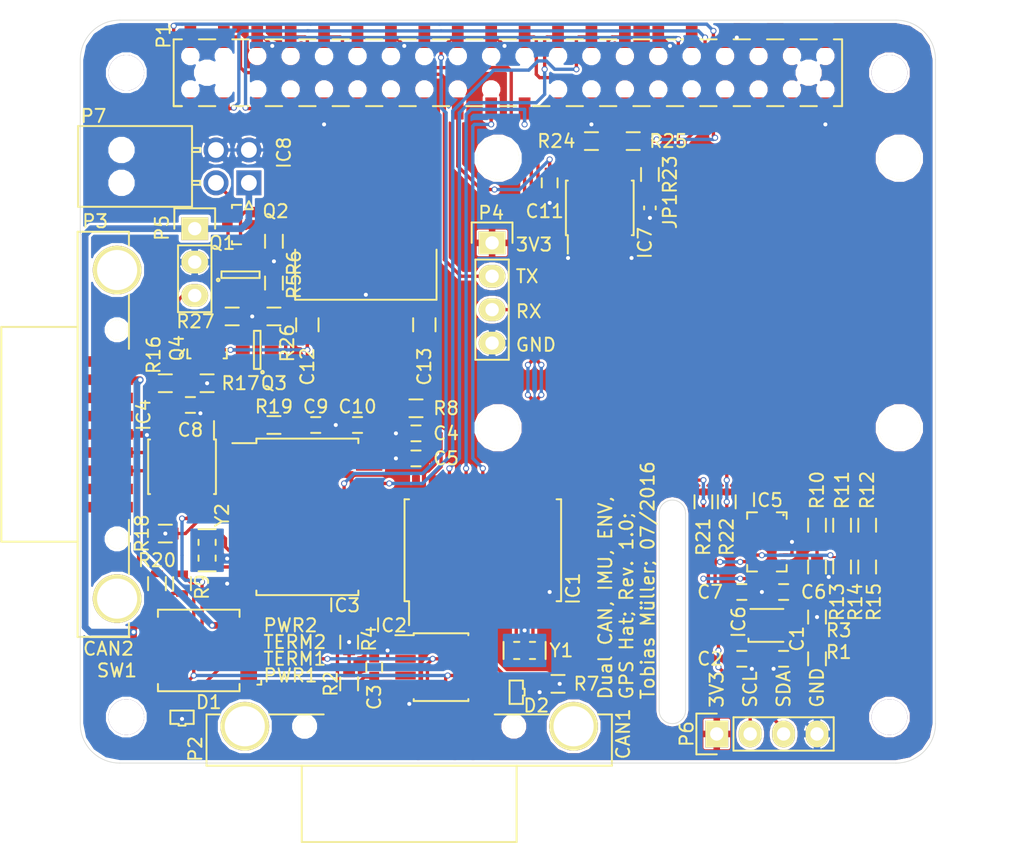
<source format=kicad_pcb>
(kicad_pcb (version 4) (host pcbnew 4.0.4-stable)
  (title_block (title "Raspberry Pi Multi HAT") (date 2016-08-04) (rev 1) (comment 1 "Grid: 150, 100") (comment 4 "License: CC-BY-SA 4.0"))
  (layers (0 F.Cu signal) (31 B.Cu signal) (34 B.Paste user) (35 F.Paste user) (36 B.SilkS user) (37 F.SilkS user) (38 B.Mask user) (39 F.Mask user) (44 Edge.Cuts user))
  (net 0 "")
  (net 1 GND)
  (net 2 /SPI_MOSI)
  (net 3 /SPI_MISO)
  (net 4 /SPI_CLK)
  (net 5 "Net-(IC1-Pad7)")
  (net 6 "Net-(IC1-Pad8)")
  (net 7 "Net-(IC2-Pad8)")
  (net 8 /PI_3V3)
  (net 9 /PI_5V0)
  (net 10 "Net-(IC1-Pad2)")
  (net 11 /CAN1H)
  (net 12 /CAN1L)
  (net 13 "Net-(IC3-Pad2)")
  (net 14 "Net-(IC3-Pad7)")
  (net 15 "Net-(IC3-Pad8)")
  (net 16 /CAN2_INT)
  (net 17 /SPI_CE1)
  (net 18 /CAN2L)
  (net 19 /CAN2H)
  (net 20 "Net-(IC4-Pad8)")
  (net 21 /I2C_SCL)
  (net 22 /I2C_SDA)
  (net 23 "Net-(IC5-Pad12)")
  (net 24 "Net-(IC6-Pad5)")
  (net 25 /TXD0)
  (net 26 /RXD0)
  (net 27 /CAN1_INT)
  (net 28 /SPI_CE0)
  (net 29 /CAN1_VDD)
  (net 30 "Net-(Q1-Pad1)")
  (net 31 "Net-(Q1-Pad4)")
  (net 32 "Net-(R9-Pad2)")
  (net 33 "Net-(IC5-Pad20)")
  (net 34 "Net-(IC5-Pad17)")
  (net 35 "Net-(R20-Pad2)")
  (net 36 /CAN2_VDD)
  (net 37 /CAN1_TX)
  (net 38 /CAN1_RX)
  (net 39 /CAN2_TX)
  (net 40 /CAN2_RX)
  (net 41 /ID_SCL)
  (net 42 /ID_SDA)
  (net 43 "Net-(IC7-Pad7)")
  (net 44 +5V)
  (net 45 +3V3)
  (net 46 "Net-(C4-Pad2)")
  (net 47 "Net-(C9-Pad2)")
  (net 48 +12V)
  (net 49 "Net-(P5-Pad3)")
  (net 50 "Net-(Q3-Pad1)")
  (net 51 "Net-(Q3-Pad4)")
  (module Connectors_Molex:Molex_NanoFit_2x02x2.50mm_Angled (layer F.Cu) (at 130.315 84.125 90)
    (fp_text reference P7 (at 5.08 -11.811 360) (layer F.SilkS))
    (fp_text value POWER)
    (pad 1 thru_hole rect (at 0 0 90) (size 1.9 1.9) (drill 1.2) (layers *.Cu *.Mask) (net 48 +12V))
    (pad 2 thru_hole circle (at 2.5 0 90) (size 1.9 1.9) (drill 1.2) (layers *.Cu *.Mask) (net 1 GND))
    (pad 3 thru_hole circle (at 0 -2.5 90) (size 1.9 1.9) (drill 1.2) (layers *.Cu *.Mask) (net 44 +5V))
    (pad 4 thru_hole circle (at 2.5 -2.5 90) (size 1.9 1.9) (drill 1.2) (layers *.Cu *.Mask) (net 1 GND))
    (pad "" np_thru_hole circle (at 0 -9.68 90) (size 1.6 1.6) (drill 1.6) (layers *.Cu))
    (pad "" np_thru_hole circle (at 2.5 -9.68 90) (size 1.6 1.6) (drill 1.6) (layers *.Cu))
  )
  (module Mounting_Holes:MountingHole_2-7mm (layer F.Cu) (at 179 124.75)
    (fp_text reference MountingHole_2-7mm hide)
    (fp_text value VAL** hide)
    (pad 1 thru_hole circle (at 0 0) (size 2.7 2.7) (drill 2.7) (layers))
  )
  (module Mounting_Holes:MountingHole_2-7mm (layer F.Cu) (at 121 124.75)
    (fp_text reference MountingHole_2-7mm hide)
    (fp_text value VAL** hide)
    (pad 1 thru_hole circle (at 0 0) (size 2.7 2.7) (drill 2.7) (layers))
  )
  (module Mounting_Holes:MountingHole_2-7mm (layer F.Cu) (at 121 75.75)
    (fp_text reference MountingHole_2-7mm hide)
    (fp_text value VAL** hide)
    (pad 1 thru_hole circle (at 0 0) (size 2.7 2.7) (drill 2.7) (layers))
  )
  (module Mounting_Holes:MountingHole_2-7mm (layer F.Cu) (at 179 75.75)
    (fp_text reference MountingHole_2-7mm hide)
    (fp_text value VAL** hide)
    (pad 1 thru_hole circle (at 0 0) (size 2.7 2.7) (drill 2.7) (layers))
  )
  (module Capacitors_SMD:C_0603 (layer F.Cu) (at 170.955 120.32)
    (fp_text reference C1 (at 1.016 -1.524 90) (layer F.SilkS))
    (fp_text value 100n)
    (pad 1 smd rect (at -0.75 0) (size 0.8 0.75) (layers F.Cu F.Paste F.Mask) (net 1 GND))
    (pad 2 smd rect (at 0.75 0) (size 0.8 0.75) (layers F.Cu F.Paste F.Mask) (net 45 +3V3))
  )
  (module Capacitors_SMD:C_0603 (layer F.Cu) (at 167.78 120.32 180)
    (fp_text reference C2 (at 2.413 0 180) (layer F.SilkS))
    (fp_text value 100n)
    (pad 1 smd rect (at -0.75 0 180) (size 0.8 0.75) (layers F.Cu F.Paste F.Mask) (net 1 GND))
    (pad 2 smd rect (at 0.75 0 180) (size 0.8 0.75) (layers F.Cu F.Paste F.Mask) (net 45 +3V3))
  )
  (module Capacitors_SMD:C_0603 (layer F.Cu) (at 139.84 120.955 270)
    (fp_text reference C3 (at 2.286 0 270) (layer F.SilkS))
    (fp_text value 100n)
    (pad 1 smd rect (at -0.75 0 270) (size 0.8 0.75) (layers F.Cu F.Paste F.Mask) (net 1 GND))
    (pad 2 smd rect (at 0.75 0 270) (size 0.8 0.75) (layers F.Cu F.Paste F.Mask) (net 44 +5V))
  )
  (module Capacitors_SMD:C_0603 (layer F.Cu) (at 143.015 103.175)
    (fp_text reference C4 (at 2.286 0) (layer F.SilkS))
    (fp_text value 100n)
    (pad 1 smd rect (at -0.75 0) (size 0.8 0.75) (layers F.Cu F.Paste F.Mask) (net 1 GND))
    (pad 2 smd rect (at 0.75 0) (size 0.8 0.75) (layers F.Cu F.Paste F.Mask) (net 46 "Net-(C4-Pad2)"))
  )
  (module Capacitors_SMD:C_0603 (layer F.Cu) (at 143.015 105.08)
    (fp_text reference C5 (at 2.286 0) (layer F.SilkS))
    (fp_text value 100n)
    (pad 1 smd rect (at -0.75 0) (size 0.8 0.75) (layers F.Cu F.Paste F.Mask) (net 1 GND))
    (pad 2 smd rect (at 0.75 0) (size 0.8 0.75) (layers F.Cu F.Paste F.Mask) (net 45 +3V3))
  )
  (module Capacitors_SMD:C_0603 (layer F.Cu) (at 170.955 115.24)
    (fp_text reference C6 (at 2.286 0) (layer F.SilkS))
    (fp_text value 100n)
    (pad 1 smd rect (at -0.75 0) (size 0.8 0.75) (layers F.Cu F.Paste F.Mask) (net 1 GND))
    (pad 2 smd rect (at 0.75 0) (size 0.8 0.75) (layers F.Cu F.Paste F.Mask) (net 45 +3V3))
  )
  (module Capacitors_SMD:C_0603 (layer F.Cu) (at 167.78 115.24 180)
    (fp_text reference C7 (at 2.413 0 180) (layer F.SilkS))
    (fp_text value 100n)
    (pad 1 smd rect (at -0.75 0 180) (size 0.8 0.75) (layers F.Cu F.Paste F.Mask) (net 1 GND))
    (pad 2 smd rect (at 0.75 0 180) (size 0.8 0.75) (layers F.Cu F.Paste F.Mask) (net 45 +3V3))
  )
  (module Capacitors_SMD:C_0603 (layer F.Cu) (at 125.87 101.016 180)
    (fp_text reference C8 (at 0 -1.9 180) (layer F.SilkS))
    (fp_text value 100n)
    (pad 1 smd rect (at -0.75 0 180) (size 0.8 0.75) (layers F.Cu F.Paste F.Mask) (net 1 GND))
    (pad 2 smd rect (at 0.75 0 180) (size 0.8 0.75) (layers F.Cu F.Paste F.Mask) (net 44 +5V))
  )
  (module Capacitors_SMD:C_0603 (layer F.Cu) (at 135.395 102.54 180)
    (fp_text reference C9 (at 0 1.397 180) (layer F.SilkS))
    (fp_text value 100n)
    (pad 1 smd rect (at -0.75 0 180) (size 0.8 0.75) (layers F.Cu F.Paste F.Mask) (net 1 GND))
    (pad 2 smd rect (at 0.75 0 180) (size 0.8 0.75) (layers F.Cu F.Paste F.Mask) (net 47 "Net-(C9-Pad2)"))
  )
  (module Capacitors_SMD:C_0603 (layer F.Cu) (at 138.57 102.54)
    (fp_text reference C10 (at 0 -1.397) (layer F.SilkS))
    (fp_text value 100n)
    (pad 1 smd rect (at -0.75 0) (size 0.8 0.75) (layers F.Cu F.Paste F.Mask) (net 1 GND))
    (pad 2 smd rect (at 0.75 0) (size 0.8 0.75) (layers F.Cu F.Paste F.Mask) (net 45 +3V3))
  )
  (module Housings_SOIC:SOIC-18_7.5x11.6mm_Pitch1.27mm (layer F.Cu) (at 148.095 112.065 90)
    (fp_text reference IC1 (at -2.921 6.858 90) (layer F.SilkS))
    (fp_text value MCP2515-x/SO)
    (pad 1 smd rect (at -4.7 -5.08 90) (size 2 0.6) (layers F.Cu F.Paste F.Mask) (net 37 /CAN1_TX))
    (pad 2 smd rect (at -4.7 -3.81 90) (size 2 0.6) (layers F.Cu F.Paste F.Mask) (net 10 "Net-(IC1-Pad2)"))
    (pad 3 smd rect (at -4.7 -2.54 90) (size 2 0.6) (layers F.Cu F.Paste F.Mask))
    (pad 4 smd rect (at -4.7 -1.27 90) (size 2 0.6) (layers F.Cu F.Paste F.Mask))
    (pad 5 smd rect (at -4.7 0 90) (size 2 0.6) (layers F.Cu F.Paste F.Mask))
    (pad 6 smd rect (at -4.7 1.27 90) (size 2 0.6) (layers F.Cu F.Paste F.Mask))
    (pad 7 smd rect (at -4.7 2.54 90) (size 2 0.6) (layers F.Cu F.Paste F.Mask) (net 5 "Net-(IC1-Pad7)"))
    (pad 8 smd rect (at -4.7 3.81 90) (size 2 0.6) (layers F.Cu F.Paste F.Mask) (net 6 "Net-(IC1-Pad8)"))
    (pad 9 smd rect (at -4.7 5.08 90) (size 2 0.6) (layers F.Cu F.Paste F.Mask) (net 1 GND))
    (pad 10 smd rect (at 4.7 5.08 90) (size 2 0.6) (layers F.Cu F.Paste F.Mask))
    (pad 11 smd rect (at 4.7 3.81 90) (size 2 0.6) (layers F.Cu F.Paste F.Mask))
    (pad 12 smd rect (at 4.7 2.54 90) (size 2 0.6) (layers F.Cu F.Paste F.Mask) (net 27 /CAN1_INT))
    (pad 13 smd rect (at 4.7 1.27 90) (size 2 0.6) (layers F.Cu F.Paste F.Mask) (net 4 /SPI_CLK))
    (pad 14 smd rect (at 4.7 0 90) (size 2 0.6) (layers F.Cu F.Paste F.Mask) (net 2 /SPI_MOSI))
    (pad 15 smd rect (at 4.7 -1.27 90) (size 2 0.6) (layers F.Cu F.Paste F.Mask) (net 3 /SPI_MISO))
    (pad 16 smd rect (at 4.7 -2.54 90) (size 2 0.6) (layers F.Cu F.Paste F.Mask) (net 28 /SPI_CE0))
    (pad 17 smd rect (at 4.7 -3.81 90) (size 2 0.6) (layers F.Cu F.Paste F.Mask) (net 46 "Net-(C4-Pad2)"))
    (pad 18 smd rect (at 4.7 -5.08 90) (size 2 0.6) (layers F.Cu F.Paste F.Mask) (net 45 +3V3))
  )
  (module Housings_SOIC:SOIC-8_3.9x4.9mm_Pitch1.27mm (layer F.Cu) (at 144.92 120.955)
    (fp_text reference IC2 (at -3.81 -3.175) (layer F.SilkS))
    (fp_text value MCP2551)
    (pad 1 smd rect (at -2.7 -1.905) (size 1.55 0.6) (layers F.Cu F.Paste F.Mask) (net 37 /CAN1_TX))
    (pad 2 smd rect (at -2.7 -0.635) (size 1.55 0.6) (layers F.Cu F.Paste F.Mask) (net 1 GND))
    (pad 3 smd rect (at -2.7 0.635) (size 1.55 0.6) (layers F.Cu F.Paste F.Mask) (net 44 +5V))
    (pad 4 smd rect (at -2.7 1.905) (size 1.55 0.6) (layers F.Cu F.Paste F.Mask) (net 38 /CAN1_RX))
    (pad 5 smd rect (at 2.7 1.905) (size 1.55 0.6) (layers F.Cu F.Paste F.Mask))
    (pad 6 smd rect (at 2.7 0.635) (size 1.55 0.6) (layers F.Cu F.Paste F.Mask) (net 12 /CAN1L))
    (pad 7 smd rect (at 2.7 -0.635) (size 1.55 0.6) (layers F.Cu F.Paste F.Mask) (net 11 /CAN1H))
    (pad 8 smd rect (at 2.7 -1.905) (size 1.55 0.6) (layers F.Cu F.Paste F.Mask) (net 7 "Net-(IC2-Pad8)"))
  )
  (module Housings_SOIC:SOIC-18_7.5x11.6mm_Pitch1.27mm (layer F.Cu) (at 134.76 109.525)
    (fp_text reference IC3 (at 2.794 6.731) (layer F.SilkS))
    (fp_text value MCP2515-x/SO)
    (pad 1 smd rect (at -4.7 -5.08) (size 2 0.6) (layers F.Cu F.Paste F.Mask) (net 39 /CAN2_TX))
    (pad 2 smd rect (at -4.7 -3.81) (size 2 0.6) (layers F.Cu F.Paste F.Mask) (net 13 "Net-(IC3-Pad2)"))
    (pad 3 smd rect (at -4.7 -2.54) (size 2 0.6) (layers F.Cu F.Paste F.Mask))
    (pad 4 smd rect (at -4.7 -1.27) (size 2 0.6) (layers F.Cu F.Paste F.Mask))
    (pad 5 smd rect (at -4.7 0) (size 2 0.6) (layers F.Cu F.Paste F.Mask))
    (pad 6 smd rect (at -4.7 1.27) (size 2 0.6) (layers F.Cu F.Paste F.Mask))
    (pad 7 smd rect (at -4.7 2.54) (size 2 0.6) (layers F.Cu F.Paste F.Mask) (net 14 "Net-(IC3-Pad7)"))
    (pad 8 smd rect (at -4.7 3.81) (size 2 0.6) (layers F.Cu F.Paste F.Mask) (net 15 "Net-(IC3-Pad8)"))
    (pad 9 smd rect (at -4.7 5.08) (size 2 0.6) (layers F.Cu F.Paste F.Mask) (net 1 GND))
    (pad 10 smd rect (at 4.7 5.08) (size 2 0.6) (layers F.Cu F.Paste F.Mask))
    (pad 11 smd rect (at 4.7 3.81) (size 2 0.6) (layers F.Cu F.Paste F.Mask))
    (pad 12 smd rect (at 4.7 2.54) (size 2 0.6) (layers F.Cu F.Paste F.Mask) (net 16 /CAN2_INT))
    (pad 13 smd rect (at 4.7 1.27) (size 2 0.6) (layers F.Cu F.Paste F.Mask) (net 4 /SPI_CLK))
    (pad 14 smd rect (at 4.7 0) (size 2 0.6) (layers F.Cu F.Paste F.Mask) (net 2 /SPI_MOSI))
    (pad 15 smd rect (at 4.7 -1.27) (size 2 0.6) (layers F.Cu F.Paste F.Mask) (net 3 /SPI_MISO))
    (pad 16 smd rect (at 4.7 -2.54) (size 2 0.6) (layers F.Cu F.Paste F.Mask) (net 17 /SPI_CE1))
    (pad 17 smd rect (at 4.7 -3.81) (size 2 0.6) (layers F.Cu F.Paste F.Mask) (net 47 "Net-(C9-Pad2)"))
    (pad 18 smd rect (at 4.7 -5.08) (size 2 0.6) (layers F.Cu F.Paste F.Mask) (net 45 +3V3))
  )
  (module Housings_SOIC:SOIC-8_3.9x4.9mm_Pitch1.27mm (layer F.Cu) (at 125.235 105.715 270)
    (fp_text reference IC4 (at -3.937 2.921 270) (layer F.SilkS))
    (fp_text value MCP2551)
    (pad 1 smd rect (at -2.7 -1.905 270) (size 1.55 0.6) (layers F.Cu F.Paste F.Mask) (net 39 /CAN2_TX))
    (pad 2 smd rect (at -2.7 -0.635 270) (size 1.55 0.6) (layers F.Cu F.Paste F.Mask) (net 1 GND))
    (pad 3 smd rect (at -2.7 0.635 270) (size 1.55 0.6) (layers F.Cu F.Paste F.Mask) (net 44 +5V))
    (pad 4 smd rect (at -2.7 1.905 270) (size 1.55 0.6) (layers F.Cu F.Paste F.Mask) (net 40 /CAN2_RX))
    (pad 5 smd rect (at 2.7 1.905 270) (size 1.55 0.6) (layers F.Cu F.Paste F.Mask))
    (pad 6 smd rect (at 2.7 0.635 270) (size 1.55 0.6) (layers F.Cu F.Paste F.Mask) (net 18 /CAN2L))
    (pad 7 smd rect (at 2.7 -0.635 270) (size 1.55 0.6) (layers F.Cu F.Paste F.Mask) (net 19 /CAN2H))
    (pad 8 smd rect (at 2.7 -1.905 270) (size 1.55 0.6) (layers F.Cu F.Paste F.Mask) (net 20 "Net-(IC4-Pad8)"))
  )
  (module Bosch:BMX055 (layer F.Cu) (at 169.685 111.43)
    (fp_text reference IC5 (at 0 -3.175) (layer F.SilkS))
    (fp_text value BMX055)
    (pad 1 smd rect (at 1.2625 -1.5) (size 0.675 0.25) (layers F.Cu F.Paste F.Mask))
    (pad 2 smd rect (at 1.2625 -1) (size 0.675 0.25) (layers F.Cu F.Paste F.Mask))
    (pad 3 smd rect (at 1.2625 -0.5) (size 0.675 0.25) (layers F.Cu F.Paste F.Mask) (net 45 +3V3))
    (pad 4 smd rect (at 1.2625 0) (size 0.675 0.25) (layers F.Cu F.Paste F.Mask) (net 1 GND))
    (pad 5 smd rect (at 1.2625 0.5) (size 0.675 0.25) (layers F.Cu F.Paste F.Mask))
    (pad 6 smd rect (at 1.2625 1) (size 0.675 0.25) (layers F.Cu F.Paste F.Mask) (net 1 GND))
    (pad 7 smd rect (at 1.2625 1.5) (size 0.675 0.25) (layers F.Cu F.Paste F.Mask) (net 45 +3V3))
    (pad 11 smd rect (at -1.2625 1.5) (size 0.675 0.25) (layers F.Cu F.Paste F.Mask) (net 22 /I2C_SDA))
    (pad 12 smd rect (at -1.2625 1) (size 0.675 0.25) (layers F.Cu F.Paste F.Mask) (net 23 "Net-(IC5-Pad12)"))
    (pad 13 smd rect (at -1.2625 0.5) (size 0.675 0.25) (layers F.Cu F.Paste F.Mask) (net 45 +3V3))
    (pad 14 smd rect (at -1.2625 0) (size 0.675 0.25) (layers F.Cu F.Paste F.Mask))
    (pad 15 smd rect (at -1.2625 -0.5) (size 0.675 0.25) (layers F.Cu F.Paste F.Mask))
    (pad 16 smd rect (at -1.2625 -1) (size 0.675 0.25) (layers F.Cu F.Paste F.Mask))
    (pad 17 smd rect (at -1.2625 -1.5) (size 0.675 0.25) (layers F.Cu F.Paste F.Mask) (net 34 "Net-(IC5-Pad17)"))
    (pad 8 smd rect (at 0.5 2.05) (size 0.25 0.55) (layers F.Cu F.Paste F.Mask))
    (pad 9 smd rect (at 0 2.05) (size 0.25 0.55) (layers F.Cu F.Paste F.Mask) (net 21 /I2C_SCL))
    (pad 10 smd rect (at -0.5 2.05) (size 0.25 0.55) (layers F.Cu F.Paste F.Mask))
    (pad 20 smd rect (at 0.5 -2.05) (size 0.25 0.55) (layers F.Cu F.Paste F.Mask) (net 33 "Net-(IC5-Pad20)"))
    (pad 19 smd rect (at 0 -2.05) (size 0.25 0.55) (layers F.Cu F.Paste F.Mask))
    (pad 18 smd rect (at -0.5 -2.05) (size 0.25 0.55) (layers F.Cu F.Paste F.Mask))
  )
  (module Pin_Headers:Pin_Header_Straight_1x04 (layer F.Cu) (at 148.8 88.69)
    (fp_text reference P4 (at -0.07 -2.279) (layer F.SilkS))
    (fp_text value GPS)
    (pad 1 thru_hole rect (at 0 0) (size 2.032 1.7272) (drill 1.016) (layers *.Cu *.Mask F.SilkS) (net 45 +3V3))
    (pad 2 thru_hole oval (at 0 2.54) (size 2.032 1.7272) (drill 1.016) (layers *.Cu *.Mask F.SilkS) (net 25 /TXD0))
    (pad 3 thru_hole oval (at 0 5.08) (size 2.032 1.7272) (drill 1.016) (layers *.Cu *.Mask F.SilkS) (net 26 /RXD0))
    (pad 4 thru_hole oval (at 0 7.62) (size 2.032 1.7272) (drill 1.016) (layers *.Cu *.Mask F.SilkS) (net 1 GND))
  )
  (module Pin_Headers:Pin_Header_Straight_1x03 (layer F.Cu) (at 126.2 87.61)
    (fp_text reference P5 (at -2.489 -0.056 90) (layer F.SilkS))
    (fp_text value SMPS)
    (pad 1 thru_hole rect (at 0 0) (size 2.032 1.7272) (drill 1.016) (layers *.Cu *.Mask F.SilkS) (net 48 +12V))
    (pad 2 thru_hole oval (at 0 2.54) (size 2.032 1.7272) (drill 1.016) (layers *.Cu *.Mask F.SilkS) (net 1 GND))
    (pad 3 thru_hole oval (at 0 5.08) (size 2.032 1.7272) (drill 1.016) (layers *.Cu *.Mask F.SilkS) (net 49 "Net-(P5-Pad3)"))
  )
  (module TO_SOT_Packages_SMD:SOT-23-6 (layer F.Cu) (at 129.68 91.11 90)
    (fp_text reference Q1 (at 2.413 -1.397 180) (layer F.SilkS))
    (fp_text value DMMT5401)
    (pad 1 smd rect (at -1.1 -0.95 90) (size 1.06 0.65) (layers F.Cu F.Paste F.Mask) (net 30 "Net-(Q1-Pad1)"))
    (pad 2 smd rect (at -1.1 0 90) (size 1.06 0.65) (layers F.Cu F.Paste F.Mask) (net 30 "Net-(Q1-Pad1)"))
    (pad 3 smd rect (at -1.1 0.95 90) (size 1.06 0.65) (layers F.Cu F.Paste F.Mask) (net 30 "Net-(Q1-Pad1)"))
    (pad 4 smd rect (at 1.1 0.95 90) (size 1.06 0.65) (layers F.Cu F.Paste F.Mask) (net 31 "Net-(Q1-Pad4)"))
    (pad 6 smd rect (at 1.1 -0.95 90) (size 1.06 0.65) (layers F.Cu F.Paste F.Mask) (net 44 +5V))
    (pad 5 smd rect (at 1.1 0 90) (size 1.06 0.65) (layers F.Cu F.Paste F.Mask) (net 9 /PI_5V0))
  )
  (module TO_SOT_Packages_SMD:SOT-23 (layer F.Cu) (at 129.68 87.3 90)
    (fp_text reference Q2 (at 1.016 2.667 180) (layer F.SilkS))
    (fp_text value DMG2305UX)
    (pad 1 smd rect (at -0.95 1.00076 90) (size 0.8001 0.8001) (layers F.Cu F.Paste F.Mask) (net 31 "Net-(Q1-Pad4)"))
    (pad 2 smd rect (at 0.95 1.00076 90) (size 0.8001 0.8001) (layers F.Cu F.Paste F.Mask) (net 9 /PI_5V0))
    (pad 3 smd rect (at 0 -0.99822 90) (size 0.8001 0.8001) (layers F.Cu F.Paste F.Mask) (net 44 +5V))
  )
  (module Resistors_SMD:R_0603 (layer F.Cu) (at 173.495 120.32 90)
    (fp_text reference R1 (at 0.508 1.651 180) (layer F.SilkS))
    (fp_text value 100k)
    (pad 1 smd rect (at -0.75 0 90) (size 0.5 0.9) (layers F.Cu F.Paste F.Mask) (net 45 +3V3))
    (pad 2 smd rect (at 0.75 0 90) (size 0.5 0.9) (layers F.Cu F.Paste F.Mask) (net 24 "Net-(IC6-Pad5)"))
  )
  (module Resistors_SMD:R_0603 (layer F.Cu) (at 137.935 122.225 90)
    (fp_text reference R2 (at 0 -1.397 90) (layer F.SilkS))
    (fp_text value 10k)
    (pad 1 smd rect (at -0.75 0 90) (size 0.5 0.9) (layers F.Cu F.Paste F.Mask) (net 38 /CAN1_RX))
    (pad 2 smd rect (at 0.75 0 90) (size 0.5 0.9) (layers F.Cu F.Paste F.Mask) (net 10 "Net-(IC1-Pad2)"))
  )
  (module Resistors_SMD:R_0603 (layer F.Cu) (at 173.495 117.145 90)
    (fp_text reference R3 (at -1.016 1.651 180) (layer F.SilkS))
    (fp_text value 100k)
    (pad 1 smd rect (at -0.75 0 90) (size 0.5 0.9) (layers F.Cu F.Paste F.Mask) (net 24 "Net-(IC6-Pad5)"))
    (pad 2 smd rect (at 0.75 0 90) (size 0.5 0.9) (layers F.Cu F.Paste F.Mask) (net 1 GND))
  )
  (module Resistors_SMD:R_0603 (layer F.Cu) (at 137.935 119.05 270)
    (fp_text reference R4 (at -0.254 -1.524 270) (layer F.SilkS))
    (fp_text value 22k)
    (pad 1 smd rect (at -0.75 0 270) (size 0.5 0.9) (layers F.Cu F.Paste F.Mask) (net 1 GND))
    (pad 2 smd rect (at 0.75 0 270) (size 0.5 0.9) (layers F.Cu F.Paste F.Mask) (net 10 "Net-(IC1-Pad2)"))
  )
  (module Resistors_SMD:R_0603 (layer F.Cu) (at 132.22 91.745 90)
    (fp_text reference R5 (at -0.254 1.524 90) (layer F.SilkS))
    (fp_text value 10k)
    (pad 1 smd rect (at -0.75 0 90) (size 0.5 0.9) (layers F.Cu F.Paste F.Mask) (net 30 "Net-(Q1-Pad1)"))
    (pad 2 smd rect (at 0.75 0 90) (size 0.5 0.9) (layers F.Cu F.Paste F.Mask) (net 1 GND))
  )
  (module Resistors_SMD:R_0603 (layer F.Cu) (at 132.22 88.57 270)
    (fp_text reference R6 (at 1.651 -1.524 270) (layer F.SilkS))
    (fp_text value 47k)
    (pad 1 smd rect (at -0.75 0 270) (size 0.5 0.9) (layers F.Cu F.Paste F.Mask) (net 31 "Net-(Q1-Pad4)"))
    (pad 2 smd rect (at 0.75 0 270) (size 0.5 0.9) (layers F.Cu F.Paste F.Mask) (net 1 GND))
  )
  (module Resistors_SMD:R_0603 (layer F.Cu) (at 153.81 122.225)
    (fp_text reference R7 (at 2.159 0) (layer F.SilkS))
    (fp_text value 4k7)
    (pad 1 smd rect (at -0.75 0) (size 0.5 0.9) (layers F.Cu F.Paste F.Mask) (net 7 "Net-(IC2-Pad8)"))
    (pad 2 smd rect (at 0.75 0) (size 0.5 0.9) (layers F.Cu F.Paste F.Mask) (net 1 GND))
  )
  (module Resistors_SMD:R_0603 (layer F.Cu) (at 143.015 101.27)
    (fp_text reference R8 (at 2.286 0) (layer F.SilkS))
    (fp_text value 4k7)
    (pad 1 smd rect (at -0.75 0) (size 0.5 0.9) (layers F.Cu F.Paste F.Mask) (net 45 +3V3))
    (pad 2 smd rect (at 0.75 0) (size 0.5 0.9) (layers F.Cu F.Paste F.Mask) (net 46 "Net-(C4-Pad2)"))
  )
  (module Resistors_SMD:R_0603 (layer F.Cu) (at 125.235 114.605 270)
    (fp_text reference R9 (at 0.254 -1.524 270) (layer F.SilkS))
    (fp_text value 120R)
    (pad 1 smd rect (at -0.75 0 270) (size 0.5 0.9) (layers F.Cu F.Paste F.Mask) (net 12 /CAN1L))
    (pad 2 smd rect (at 0.75 0 270) (size 0.5 0.9) (layers F.Cu F.Paste F.Mask) (net 32 "Net-(R9-Pad2)"))
  )
  (module Resistors_SMD:R_0603 (layer F.Cu) (at 173.495 110.16 270)
    (fp_text reference R10 (at -2.667 0 270) (layer F.SilkS))
    (fp_text value 100k)
    (pad 1 smd rect (at -0.75 0 270) (size 0.5 0.9) (layers F.Cu F.Paste F.Mask) (net 45 +3V3))
    (pad 2 smd rect (at 0.75 0 270) (size 0.5 0.9) (layers F.Cu F.Paste F.Mask) (net 33 "Net-(IC5-Pad20)"))
  )
  (module Resistors_SMD:R_0603 (layer F.Cu) (at 175.4 110.16 270)
    (fp_text reference R11 (at -2.667 0 270) (layer F.SilkS))
    (fp_text value 100k)
    (pad 1 smd rect (at -0.75 0 270) (size 0.5 0.9) (layers F.Cu F.Paste F.Mask) (net 45 +3V3))
    (pad 2 smd rect (at 0.75 0 270) (size 0.5 0.9) (layers F.Cu F.Paste F.Mask) (net 23 "Net-(IC5-Pad12)"))
  )
  (module Resistors_SMD:R_0603 (layer F.Cu) (at 177.305 110.16 270)
    (fp_text reference R12 (at -2.667 0 270) (layer F.SilkS))
    (fp_text value 100k)
    (pad 1 smd rect (at -0.75 0 270) (size 0.5 0.9) (layers F.Cu F.Paste F.Mask) (net 45 +3V3))
    (pad 2 smd rect (at 0.75 0 270) (size 0.5 0.9) (layers F.Cu F.Paste F.Mask) (net 34 "Net-(IC5-Pad17)"))
  )
  (module Resistors_SMD:R_0603 (layer F.Cu) (at 173.495 113.335 270)
    (fp_text reference R13 (at 2.667 -1.524 450) (layer F.SilkS))
    (fp_text value 100k)
    (pad 1 smd rect (at -0.75 0 270) (size 0.5 0.9) (layers F.Cu F.Paste F.Mask) (net 33 "Net-(IC5-Pad20)"))
    (pad 2 smd rect (at 0.75 0 270) (size 0.5 0.9) (layers F.Cu F.Paste F.Mask) (net 1 GND))
  )
  (module Resistors_SMD:R_0603 (layer F.Cu) (at 175.4 113.335 270)
    (fp_text reference R14 (at 2.667 -1.016 270) (layer F.SilkS))
    (fp_text value 100k)
    (pad 1 smd rect (at -0.75 0 270) (size 0.5 0.9) (layers F.Cu F.Paste F.Mask) (net 23 "Net-(IC5-Pad12)"))
    (pad 2 smd rect (at 0.75 0 270) (size 0.5 0.9) (layers F.Cu F.Paste F.Mask) (net 1 GND))
  )
  (module Resistors_SMD:R_0603 (layer F.Cu) (at 177.305 113.335 270)
    (fp_text reference R15 (at 2.667 -0.508 270) (layer F.SilkS))
    (fp_text value 100k)
    (pad 1 smd rect (at -0.75 0 270) (size 0.5 0.9) (layers F.Cu F.Paste F.Mask) (net 34 "Net-(IC5-Pad17)"))
    (pad 2 smd rect (at 0.75 0 270) (size 0.5 0.9) (layers F.Cu F.Paste F.Mask) (net 1 GND))
  )
  (module Resistors_SMD:R_0603 (layer F.Cu) (at 123.965 99.365)
    (fp_text reference R16 (at -0.889 -2.159 270) (layer F.SilkS))
    (fp_text value 10k)
    (pad 1 smd rect (at -0.75 0) (size 0.5 0.9) (layers F.Cu F.Paste F.Mask) (net 40 /CAN2_RX))
    (pad 2 smd rect (at 0.75 0) (size 0.5 0.9) (layers F.Cu F.Paste F.Mask) (net 13 "Net-(IC3-Pad2)"))
  )
  (module Resistors_SMD:R_0603 (layer F.Cu) (at 127.14 99.365 180)
    (fp_text reference R17 (at -2.54 0 180) (layer F.SilkS))
    (fp_text value 22k)
    (pad 1 smd rect (at -0.75 0 180) (size 0.5 0.9) (layers F.Cu F.Paste F.Mask) (net 1 GND))
    (pad 2 smd rect (at 0.75 0 180) (size 0.5 0.9) (layers F.Cu F.Paste F.Mask) (net 13 "Net-(IC3-Pad2)"))
  )
  (module Resistors_SMD:R_0603 (layer F.Cu) (at 123.965 110.795 180)
    (fp_text reference R18 (at 1.778 0 270) (layer F.SilkS))
    (fp_text value 4k7)
    (pad 1 smd rect (at -0.75 0 180) (size 0.5 0.9) (layers F.Cu F.Paste F.Mask) (net 20 "Net-(IC4-Pad8)"))
    (pad 2 smd rect (at 0.75 0 180) (size 0.5 0.9) (layers F.Cu F.Paste F.Mask) (net 1 GND))
  )
  (module Resistors_SMD:R_0603 (layer F.Cu) (at 132.22 102.54)
    (fp_text reference R19 (at 0 -1.397) (layer F.SilkS))
    (fp_text value 4k7)
    (pad 1 smd rect (at -0.75 0) (size 0.5 0.9) (layers F.Cu F.Paste F.Mask) (net 45 +3V3))
    (pad 2 smd rect (at 0.75 0) (size 0.5 0.9) (layers F.Cu F.Paste F.Mask) (net 47 "Net-(C9-Pad2)"))
  )
  (module Resistors_SMD:R_0603 (layer F.Cu) (at 123.33 114.605 270)
    (fp_text reference R20 (at -1.778 0 360) (layer F.SilkS))
    (fp_text value 120R)
    (pad 1 smd rect (at -0.75 0 270) (size 0.5 0.9) (layers F.Cu F.Paste F.Mask) (net 18 /CAN2L))
    (pad 2 smd rect (at 0.75 0 270) (size 0.5 0.9) (layers F.Cu F.Paste F.Mask) (net 35 "Net-(R20-Pad2)"))
  )
  (module Resistors_SMD:R_0603 (layer F.Cu) (at 164.859 108.382 90)
    (fp_text reference R21 (at -2.667 0 90) (layer F.SilkS))
    (fp_text value 4k7)
    (pad 1 smd rect (at -0.75 0 90) (size 0.5 0.9) (layers F.Cu F.Paste F.Mask) (net 21 /I2C_SCL))
    (pad 2 smd rect (at 0.75 0 90) (size 0.5 0.9) (layers F.Cu F.Paste F.Mask) (net 45 +3V3))
  )
  (module Resistors_SMD:R_0603 (layer F.Cu) (at 166.637 108.382 90)
    (fp_text reference R22 (at -2.667 0 90) (layer F.SilkS))
    (fp_text value 4k7)
    (pad 1 smd rect (at -0.75 0 90) (size 0.5 0.9) (layers F.Cu F.Paste F.Mask) (net 22 /I2C_SDA))
    (pad 2 smd rect (at 0.75 0 90) (size 0.5 0.9) (layers F.Cu F.Paste F.Mask) (net 45 +3V3))
  )
  (module Misc:GDH04S04 (layer F.Cu) (at 126.505 119.685 90)
    (fp_text reference SW1 (at -1.524 -6.223 180) (layer F.SilkS))
    (fp_text value SPST-4)
    (pad 1 smd rect (at -1.905 3.795 90) (size 0.76 1.27) (layers F.Cu F.Paste F.Mask) (net 29 /CAN1_VDD))
    (pad 2 smd rect (at -0.635 3.795 90) (size 0.76 1.27) (layers F.Cu F.Paste F.Mask) (net 11 /CAN1H))
    (pad 3 smd rect (at 0.635 3.795 90) (size 0.76 1.27) (layers F.Cu F.Paste F.Mask) (net 19 /CAN2H))
    (pad 4 smd rect (at 1.905 3.795 90) (size 0.76 1.27) (layers F.Cu F.Paste F.Mask) (net 36 /CAN2_VDD))
    (pad 5 smd rect (at 1.905 -3.795 90) (size 0.76 1.27) (layers F.Cu F.Paste F.Mask) (net 48 +12V))
    (pad 6 smd rect (at 0.635 -3.795 90) (size 0.76 1.27) (layers F.Cu F.Paste F.Mask) (net 35 "Net-(R20-Pad2)"))
    (pad 7 smd rect (at -0.635 -3.795 90) (size 0.76 1.27) (layers F.Cu F.Paste F.Mask) (net 32 "Net-(R9-Pad2)"))
    (pad 8 smd rect (at -1.905 -3.795 90) (size 0.76 1.27) (layers F.Cu F.Paste F.Mask) (net 48 +12V))
  )
  (module Crystal_Oscillators:PRQV-C (layer F.Cu) (at 151.27 119.685 180)
    (fp_text reference Y1 (at -2.794 0 180) (layer F.SilkS))
    (fp_text value PRQV16.00CR5010Y000)
    (pad 1 smd rect (at -1.2 0 180) (size 0.4 2) (layers F.Cu F.Paste F.Mask) (net 6 "Net-(IC1-Pad8)"))
    (pad 2 smd rect (at 0 0 180) (size 0.4 2) (layers F.Cu F.Paste F.Mask) (net 1 GND))
    (pad 3 smd rect (at 1.2 0 180) (size 0.4 2) (layers F.Cu F.Paste F.Mask) (net 5 "Net-(IC1-Pad7)"))
  )
  (module Crystal_Oscillators:PRQV-C (layer F.Cu) (at 127.14 112.065 90)
    (fp_text reference Y2 (at 2.667 1.143 90) (layer F.SilkS))
    (fp_text value PRQV16.00CR5010Y000)
    (pad 1 smd rect (at -1.2 0 90) (size 0.4 2) (layers F.Cu F.Paste F.Mask) (net 15 "Net-(IC3-Pad8)"))
    (pad 2 smd rect (at 0 0 90) (size 0.4 2) (layers F.Cu F.Paste F.Mask) (net 1 GND))
    (pad 3 smd rect (at 1.2 0 90) (size 0.4 2) (layers F.Cu F.Paste F.Mask) (net 14 "Net-(IC3-Pad7)"))
  )
  (module Connector:REF-182665-01-BOTTOM-ENTRY (layer F.Cu) (at 150 75.75)
    (fp_text reference P1 (at -26.162 -2.801 90) (layer F.SilkS))
    (fp_text value RASPBERRY_PI)
    (pad 2 smd rect (at -24.13 -2.72) (size 0.889 1.68) (layers F.Cu F.Paste F.Mask) (net 9 /PI_5V0))
    (pad 4 smd rect (at -21.59 -2.72) (size 0.889 1.68) (layers F.Cu F.Paste F.Mask) (net 9 /PI_5V0))
    (pad 6 smd rect (at -19.05 -2.72) (size 0.889 1.68) (layers F.Cu F.Paste F.Mask) (net 1 GND))
    (pad 8 smd rect (at -16.51 -2.72) (size 0.889 1.68) (layers F.Cu F.Paste F.Mask) (net 25 /TXD0))
    (pad 10 smd rect (at -13.97 -2.72) (size 0.889 1.68) (layers F.Cu F.Paste F.Mask) (net 26 /RXD0))
    (pad 12 smd rect (at -11.43 -2.72) (size 0.889 1.68) (layers F.Cu F.Paste F.Mask))
    (pad 14 smd rect (at -8.89 -2.72) (size 0.889 1.68) (layers F.Cu F.Paste F.Mask) (net 1 GND))
    (pad 16 smd rect (at -6.35 -2.72) (size 0.889 1.68) (layers F.Cu F.Paste F.Mask))
    (pad 18 smd rect (at -3.81 -2.72) (size 0.889 1.68) (layers F.Cu F.Paste F.Mask) (net 16 /CAN2_INT))
    (pad 20 smd rect (at -1.27 -2.72) (size 0.889 1.68) (layers F.Cu F.Paste F.Mask) (net 1 GND))
    (pad 22 smd rect (at 1.27 -2.72) (size 0.889 1.68) (layers F.Cu F.Paste F.Mask) (net 27 /CAN1_INT))
    (pad 24 smd rect (at 3.81 -2.72) (size 0.889 1.68) (layers F.Cu F.Paste F.Mask) (net 28 /SPI_CE0))
    (pad 26 smd rect (at 6.35 -2.72) (size 0.889 1.68) (layers F.Cu F.Paste F.Mask) (net 17 /SPI_CE1))
    (pad 28 smd rect (at 8.89 -2.72) (size 0.889 1.68) (layers F.Cu F.Paste F.Mask) (net 41 /ID_SCL))
    (pad 30 smd rect (at 11.43 -2.72) (size 0.889 1.68) (layers F.Cu F.Paste F.Mask) (net 1 GND))
    (pad 32 smd rect (at 13.97 -2.72) (size 0.889 1.68) (layers F.Cu F.Paste F.Mask))
    (pad 34 smd rect (at 16.51 -2.72) (size 0.889 1.68) (layers F.Cu F.Paste F.Mask) (net 1 GND))
    (pad 36 smd rect (at 19.05 -2.72) (size 0.889 1.68) (layers F.Cu F.Paste F.Mask))
    (pad 38 smd rect (at 21.59 -2.72) (size 0.889 1.68) (layers F.Cu F.Paste F.Mask))
    (pad 40 smd rect (at 24.13 -2.72) (size 0.889 1.68) (layers F.Cu F.Paste F.Mask))
    (pad 1 smd rect (at -24.13 2.72) (size 0.889 1.68) (layers F.Cu F.Paste F.Mask) (net 8 /PI_3V3))
    (pad 3 smd rect (at -21.59 2.72) (size 0.889 1.68) (layers F.Cu F.Paste F.Mask) (net 22 /I2C_SDA))
    (pad 5 smd rect (at -19.05 2.72) (size 0.889 1.68) (layers F.Cu F.Paste F.Mask) (net 21 /I2C_SCL))
    (pad 7 smd rect (at -16.51 2.72) (size 0.889 1.68) (layers F.Cu F.Paste F.Mask))
    (pad 9 smd rect (at -13.97 2.72) (size 0.889 1.68) (layers F.Cu F.Paste F.Mask) (net 1 GND))
    (pad 11 smd rect (at -11.43 2.72) (size 0.889 1.68) (layers F.Cu F.Paste F.Mask))
    (pad 13 smd rect (at -8.89 2.72) (size 0.889 1.68) (layers F.Cu F.Paste F.Mask))
    (pad 15 smd rect (at -6.35 2.72) (size 0.889 1.68) (layers F.Cu F.Paste F.Mask))
    (pad 17 smd rect (at -3.81 2.72) (size 0.889 1.68) (layers F.Cu F.Paste F.Mask) (net 8 /PI_3V3))
    (pad 19 smd rect (at -1.27 2.72) (size 0.889 1.68) (layers F.Cu F.Paste F.Mask) (net 2 /SPI_MOSI))
    (pad 21 smd rect (at 1.27 2.72) (size 0.889 1.68) (layers F.Cu F.Paste F.Mask) (net 3 /SPI_MISO))
    (pad 23 smd rect (at 3.81 2.72) (size 0.889 1.68) (layers F.Cu F.Paste F.Mask) (net 4 /SPI_CLK))
    (pad 25 smd rect (at 6.35 2.72) (size 0.889 1.68) (layers F.Cu F.Paste F.Mask) (net 1 GND))
    (pad 27 smd rect (at 8.89 2.72) (size 0.889 1.68) (layers F.Cu F.Paste F.Mask) (net 42 /ID_SDA))
    (pad 29 smd rect (at 11.43 2.72) (size 0.889 1.68) (layers F.Cu F.Paste F.Mask))
    (pad 31 smd rect (at 13.97 2.72) (size 0.889 1.68) (layers F.Cu F.Paste F.Mask))
    (pad 33 smd rect (at 16.51 2.72) (size 0.889 1.68) (layers F.Cu F.Paste F.Mask))
    (pad 35 smd rect (at 19.05 2.72) (size 0.889 1.68) (layers F.Cu F.Paste F.Mask))
    (pad 37 smd rect (at 21.59 2.72) (size 0.889 1.68) (layers F.Cu F.Paste F.Mask))
    (pad 39 smd rect (at 24.13 2.72) (size 0.889 1.68) (layers F.Cu F.Paste F.Mask) (net 1 GND))
    (pad "" np_thru_hole circle (at -22.86 0) (size 1.6 1.6) (drill 1.6) (layers *.Cu *.Mask))
    (pad "" np_thru_hole circle (at 22.86 0) (size 1.6 1.6) (drill 1.6) (layers *.Cu *.Mask))
    (pad "" np_thru_hole circle (at -24.13 1.27) (size 1 1) (drill 1) (layers *.Cu *.Mask))
    (pad "" np_thru_hole circle (at -21.59 1.27) (size 1 1) (drill 1) (layers *.Cu *.Mask))
    (pad "" np_thru_hole circle (at -19.05 1.27) (size 1 1) (drill 1) (layers *.Cu *.Mask))
    (pad "" np_thru_hole circle (at -16.51 1.27) (size 1 1) (drill 1) (layers *.Cu *.Mask))
    (pad "" np_thru_hole circle (at -13.97 1.27) (size 1 1) (drill 1) (layers *.Cu *.Mask))
    (pad "" np_thru_hole circle (at -11.43 1.27) (size 1 1) (drill 1) (layers *.Cu *.Mask))
    (pad "" np_thru_hole circle (at -8.89 1.27) (size 1 1) (drill 1) (layers *.Cu *.Mask))
    (pad "" np_thru_hole circle (at -6.35 1.27) (size 1 1) (drill 1) (layers *.Cu *.Mask))
    (pad "" np_thru_hole circle (at -3.81 1.27) (size 1 1) (drill 1) (layers *.Cu *.Mask))
    (pad "" np_thru_hole circle (at -1.27 1.27) (size 1 1) (drill 1) (layers *.Cu *.Mask))
    (pad "" np_thru_hole circle (at 1.27 1.27) (size 1 1) (drill 1) (layers *.Cu *.Mask))
    (pad "" np_thru_hole circle (at 3.81 1.27) (size 1 1) (drill 1) (layers *.Cu *.Mask))
    (pad "" np_thru_hole circle (at 6.35 1.27) (size 1 1) (drill 1) (layers *.Cu *.Mask))
    (pad "" np_thru_hole circle (at 8.89 1.27) (size 1 1) (drill 1) (layers *.Cu *.Mask))
    (pad "" np_thru_hole circle (at 11.43 1.27) (size 1 1) (drill 1) (layers *.Cu *.Mask))
    (pad "" np_thru_hole circle (at 13.97 1.27) (size 1 1) (drill 1) (layers *.Cu *.Mask))
    (pad "" np_thru_hole circle (at 16.51 1.27) (size 1 1) (drill 1) (layers *.Cu *.Mask))
    (pad "" np_thru_hole circle (at 19.05 1.27) (size 1 1) (drill 1) (layers *.Cu *.Mask))
    (pad "" np_thru_hole circle (at 21.59 1.27) (size 1 1) (drill 1) (layers *.Cu *.Mask))
    (pad "" np_thru_hole circle (at 24.13 1.27) (size 1 1) (drill 1) (layers *.Cu *.Mask))
    (pad "" np_thru_hole circle (at -24.13 -1.27) (size 1 1) (drill 1) (layers *.Cu *.Mask))
    (pad "" np_thru_hole circle (at -21.59 -1.27) (size 1 1) (drill 1) (layers *.Cu *.Mask))
    (pad "" np_thru_hole circle (at -19.05 -1.27) (size 1 1) (drill 1) (layers *.Cu *.Mask))
    (pad "" np_thru_hole circle (at -16.51 -1.27) (size 1 1) (drill 1) (layers *.Cu *.Mask))
    (pad "" np_thru_hole circle (at -13.97 -1.27) (size 1 1) (drill 1) (layers *.Cu *.Mask))
    (pad "" np_thru_hole circle (at -11.43 -1.27) (size 1 1) (drill 1) (layers *.Cu *.Mask))
    (pad "" np_thru_hole circle (at -8.89 -1.27) (size 1 1) (drill 1) (layers *.Cu *.Mask))
    (pad "" np_thru_hole circle (at -6.35 -1.27) (size 1 1) (drill 1) (layers *.Cu *.Mask))
    (pad "" np_thru_hole circle (at -3.81 -1.27) (size 1 1) (drill 1) (layers *.Cu *.Mask))
    (pad "" np_thru_hole circle (at -1.27 -1.27) (size 1 1) (drill 1) (layers *.Cu *.Mask))
    (pad "" np_thru_hole circle (at 1.27 -1.27) (size 1 1) (drill 1) (layers *.Cu *.Mask))
    (pad "" np_thru_hole circle (at 3.81 -1.27) (size 1 1) (drill 1) (layers *.Cu *.Mask))
    (pad "" np_thru_hole circle (at 6.35 -1.27) (size 1 1) (drill 1) (layers *.Cu *.Mask))
    (pad "" np_thru_hole circle (at 8.89 -1.27) (size 1 1) (drill 1) (layers *.Cu *.Mask))
    (pad "" np_thru_hole circle (at 11.43 -1.27) (size 1 1) (drill 1) (layers *.Cu *.Mask))
    (pad "" np_thru_hole circle (at 13.97 -1.27) (size 1 1) (drill 1) (layers *.Cu *.Mask))
    (pad "" np_thru_hole circle (at 16.51 -1.27) (size 1 1) (drill 1) (layers *.Cu *.Mask))
    (pad "" np_thru_hole circle (at 19.05 -1.27) (size 1 1) (drill 1) (layers *.Cu *.Mask))
    (pad "" np_thru_hole circle (at 21.59 -1.27) (size 1 1) (drill 1) (layers *.Cu *.Mask))
    (pad "" np_thru_hole circle (at 24.13 -1.27) (size 1 1) (drill 1) (layers *.Cu *.Mask))
  )
  (module Connector:K202XHT-E9S-N (layer F.Cu) (at 120.025 103.25 90)
    (fp_text reference P3 (at 16.204 -1.394 180) (layer F.SilkS))
    (fp_text value CAN2 (at -16.308 -0.378 180) (layer F.SilkS))
    (pad 3 smd rect (at 0 -0.275 90) (size 0.8 3.5) (layers F.Cu F.Paste F.Mask) (net 1 GND))
    (pad "" thru_hole circle (at -12.495 0.275 90) (size 3.7 3.7) (drill 3.05) (layers *.Cu *.Mask F.SilkS))
    (pad 8 smd rect (at 1.385 -0.275 90) (size 0.8 3.5) (layers F.Cu F.Paste F.Mask))
    (pad 4 smd rect (at 2.77 -0.275 90) (size 0.8 3.5) (layers F.Cu F.Paste F.Mask))
    (pad 9 smd rect (at 4.155 -0.275 90) (size 0.8 3.5) (layers F.Cu F.Paste F.Mask) (net 36 /CAN2_VDD))
    (pad 5 smd rect (at 5.54 -0.275 90) (size 0.8 3.5) (layers F.Cu F.Paste F.Mask))
    (pad 7 smd rect (at -1.385 -0.275 90) (size 0.8 3.5) (layers F.Cu F.Paste F.Mask) (net 19 /CAN2H))
    (pad 2 smd rect (at -2.77 -0.275 90) (size 0.8 3.5) (layers F.Cu F.Paste F.Mask) (net 18 /CAN2L))
    (pad 6 smd rect (at -4.155 -0.275 90) (size 0.8 3.5) (layers F.Cu F.Paste F.Mask))
    (pad 1 smd rect (at -5.54 -0.275 90) (size 0.8 3.5) (layers F.Cu F.Paste F.Mask))
    (pad "" thru_hole circle (at 12.495 0.275 90) (size 3.7 3.7) (drill 3.05) (layers *.Cu *.Mask F.SilkS))
    (pad "" np_thru_hole circle (at -7.95 0.275 90) (size 1.5 1.5) (drill 1.5) (layers *.Cu *.Mask F.SilkS))
    (pad "" np_thru_hole circle (at 7.95 0.275 90) (size 1.5 1.5) (drill 1.5) (layers *.Cu *.Mask F.SilkS))
  )
  (module Connector:K202XHT-E9S-N (layer F.Cu) (at 142.5 125.725 180)
    (fp_text reference P2 (at 16.249 -1.453 270) (layer F.SilkS))
    (fp_text value CAN1 (at -16.263 -0.31 270) (layer F.SilkS))
    (pad 3 smd rect (at 0 -0.275 180) (size 0.8 3.5) (layers F.Cu F.Paste F.Mask) (net 1 GND))
    (pad "" thru_hole circle (at -12.495 0.275 180) (size 3.7 3.7) (drill 3.05) (layers *.Cu *.Mask F.SilkS))
    (pad 8 smd rect (at 1.385 -0.275 180) (size 0.8 3.5) (layers F.Cu F.Paste F.Mask))
    (pad 4 smd rect (at 2.77 -0.275 180) (size 0.8 3.5) (layers F.Cu F.Paste F.Mask))
    (pad 9 smd rect (at 4.155 -0.275 180) (size 0.8 3.5) (layers F.Cu F.Paste F.Mask) (net 29 /CAN1_VDD))
    (pad 5 smd rect (at 5.54 -0.275 180) (size 0.8 3.5) (layers F.Cu F.Paste F.Mask))
    (pad 7 smd rect (at -1.385 -0.275 180) (size 0.8 3.5) (layers F.Cu F.Paste F.Mask) (net 11 /CAN1H))
    (pad 2 smd rect (at -2.77 -0.275 180) (size 0.8 3.5) (layers F.Cu F.Paste F.Mask) (net 12 /CAN1L))
    (pad 6 smd rect (at -4.155 -0.275 180) (size 0.8 3.5) (layers F.Cu F.Paste F.Mask))
    (pad 1 smd rect (at -5.54 -0.275 180) (size 0.8 3.5) (layers F.Cu F.Paste F.Mask))
    (pad "" thru_hole circle (at 12.495 0.275 180) (size 3.7 3.7) (drill 3.05) (layers *.Cu *.Mask F.SilkS))
    (pad "" np_thru_hole circle (at -7.95 0.275 180) (size 1.5 1.5) (drill 1.5) (layers *.Cu *.Mask F.SilkS))
    (pad "" np_thru_hole circle (at 7.95 0.275 180) (size 1.5 1.5) (drill 1.5) (layers *.Cu *.Mask F.SilkS))
  )
  (module Mounting_Holes:MountingHole_3.2mm_M3 (layer F.Cu) (at 149.25 82.25)
    (fp_text reference REF** hide)
    (fp_text value MountingHole_3.2mm_M3)
    (pad 1 np_thru_hole circle (at 0 0) (size 3.2 3.2) (drill 3.2) (layers *.Cu *.Mask F.SilkS))
  )
  (module Mounting_Holes:MountingHole_3.2mm_M3 (layer F.Cu) (at 179.75 82.25)
    (fp_text reference REF** hide)
    (fp_text value MountingHole_3.2mm_M3)
    (pad 1 np_thru_hole circle (at 0 0) (size 3.2 3.2) (drill 3.2) (layers *.Cu *.Mask F.SilkS))
  )
  (module Mounting_Holes:MountingHole_3.2mm_M3 (layer F.Cu) (at 149.25 102.75)
    (fp_text reference REF** hide)
    (fp_text value MountingHole_3.2mm_M3)
    (pad 1 np_thru_hole circle (at 0 0) (size 3.2 3.2) (drill 3.2) (layers *.Cu *.Mask F.SilkS))
  )
  (module Mounting_Holes:MountingHole_3.2mm_M3 (layer F.Cu) (at 179.75 102.75)
    (fp_text reference REF** hide)
    (fp_text value MountingHole_3.2mm_M3)
    (pad 1 np_thru_hole circle (at 0 0) (size 3.2 3.2) (drill 3.2) (layers *.Cu *.Mask F.SilkS))
  )
  (module Capacitors_SMD:C_0603 (layer F.Cu) (at 153.175 84.125 90)
    (fp_text reference C11 (at -2.159 -0.381 180) (layer F.SilkS))
    (fp_text value 100n)
    (pad 1 smd rect (at -0.75 0 90) (size 0.8 0.75) (layers F.Cu F.Paste F.Mask) (net 1 GND))
    (pad 2 smd rect (at 0.75 0 90) (size 0.8 0.75) (layers F.Cu F.Paste F.Mask) (net 8 /PI_3V3))
  )
  (module Resistors_SMD:R_0603 (layer F.Cu) (at 160.795 83.49 270)
    (fp_text reference R23 (at 0 -1.524 270) (layer F.SilkS))
    (fp_text value 100k)
    (pad 1 smd rect (at -0.75 0 270) (size 0.5 0.9) (layers F.Cu F.Paste F.Mask) (net 8 /PI_3V3))
    (pad 2 smd rect (at 0.75 0 270) (size 0.5 0.9) (layers F.Cu F.Paste F.Mask) (net 43 "Net-(IC7-Pad7)"))
  )
  (module Resistors_SMD:R_0603 (layer F.Cu) (at 156.35 80.95)
    (fp_text reference R24 (at -2.667 0) (layer F.SilkS))
    (fp_text value 3k9)
    (pad 1 smd rect (at -0.75 0) (size 0.5 0.9) (layers F.Cu F.Paste F.Mask) (net 8 /PI_3V3))
    (pad 2 smd rect (at 0.75 0) (size 0.5 0.9) (layers F.Cu F.Paste F.Mask) (net 41 /ID_SCL))
  )
  (module Resistors_SMD:R_0603 (layer F.Cu) (at 159.525 80.95 180)
    (fp_text reference R25 (at -2.667 0 180) (layer F.SilkS))
    (fp_text value 3k9)
    (pad 1 smd rect (at -0.75 0 180) (size 0.5 0.9) (layers F.Cu F.Paste F.Mask) (net 8 /PI_3V3))
    (pad 2 smd rect (at 0.75 0 180) (size 0.5 0.9) (layers F.Cu F.Paste F.Mask) (net 42 /ID_SDA))
  )
  (module Housings_SOIC:SOIC-8_3.9x4.9mm_Pitch1.27mm (layer F.Cu) (at 156.985 86.03 90)
    (fp_text reference IC7 (at -2.667 3.429 90) (layer F.SilkS))
    (fp_text value CAT24C32)
    (pad 1 smd rect (at -2.7 -1.905 90) (size 1.55 0.6) (layers F.Cu F.Paste F.Mask) (net 1 GND))
    (pad 2 smd rect (at -2.7 -0.635 90) (size 1.55 0.6) (layers F.Cu F.Paste F.Mask) (net 1 GND))
    (pad 3 smd rect (at -2.7 0.635 90) (size 1.55 0.6) (layers F.Cu F.Paste F.Mask) (net 1 GND))
    (pad 4 smd rect (at -2.7 1.905 90) (size 1.55 0.6) (layers F.Cu F.Paste F.Mask) (net 1 GND))
    (pad 5 smd rect (at 2.7 1.905 90) (size 1.55 0.6) (layers F.Cu F.Paste F.Mask) (net 42 /ID_SDA))
    (pad 6 smd rect (at 2.7 0.635 90) (size 1.55 0.6) (layers F.Cu F.Paste F.Mask) (net 41 /ID_SCL))
    (pad 7 smd rect (at 2.7 -0.635 90) (size 1.55 0.6) (layers F.Cu F.Paste F.Mask) (net 43 "Net-(IC7-Pad7)"))
    (pad 8 smd rect (at 2.7 -1.905 90) (size 1.55 0.6) (layers F.Cu F.Paste F.Mask) (net 8 /PI_3V3))
  )
  (module Pin_Headers:Pin_Header_Straight_1x04 (layer F.Cu) (at 165.875 126.035 90)
    (fp_text reference P6 (at 0 -2.286 90) (layer F.SilkS))
    (fp_text value I2C)
    (pad 1 thru_hole rect (at 0 0 90) (size 2.032 1.7272) (drill 1.016) (layers *.Cu *.Mask F.SilkS) (net 45 +3V3))
    (pad 2 thru_hole oval (at 0 2.54 90) (size 2.032 1.7272) (drill 1.016) (layers *.Cu *.Mask F.SilkS) (net 21 /I2C_SCL))
    (pad 3 thru_hole oval (at 0 5.08 90) (size 2.032 1.7272) (drill 1.016) (layers *.Cu *.Mask F.SilkS) (net 22 /I2C_SDA))
    (pad 4 thru_hole oval (at 0 7.62 90) (size 2.032 1.7272) (drill 1.016) (layers *.Cu *.Mask F.SilkS) (net 1 GND))
  )
  (module Bosch:BME280 (layer F.Cu) (at 169.685 117.78 180)
    (fp_text reference IC6 (at 2.159 0.254 270) (layer F.SilkS))
    (fp_text value BME280)
    (pad 1 smd rect (at 1.025 -0.975 180) (size 0.5 0.35) (layers F.Cu F.Paste F.Mask) (net 1 GND))
    (pad 2 smd rect (at 1.025 -0.325 180) (size 0.5 0.35) (layers F.Cu F.Paste F.Mask) (net 45 +3V3))
    (pad 3 smd rect (at 1.025 0.325 180) (size 0.5 0.35) (layers F.Cu F.Paste F.Mask) (net 22 /I2C_SDA))
    (pad 4 smd rect (at 1.025 0.975 180) (size 0.5 0.35) (layers F.Cu F.Paste F.Mask) (net 21 /I2C_SCL))
    (pad 5 smd rect (at -1.025 0.975 180) (size 0.5 0.35) (layers F.Cu F.Paste F.Mask) (net 24 "Net-(IC6-Pad5)"))
    (pad 6 smd rect (at -1.025 0.325 180) (size 0.5 0.35) (layers F.Cu F.Paste F.Mask) (net 45 +3V3))
    (pad 7 smd rect (at -1.025 -0.325 180) (size 0.5 0.35) (layers F.Cu F.Paste F.Mask) (net 1 GND))
    (pad 8 smd rect (at -1.025 -0.975 180) (size 0.5 0.35) (layers F.Cu F.Paste F.Mask) (net 45 +3V3))
  )
  (module Resistors_SMD:R_0201 (layer F.Cu) (at 160.795 86.03 270)
    (fp_text reference JP1 (at 0.254 -1.524 270) (layer F.SilkS))
    (fp_text value Jumper_NO_Small)
    (pad 1 smd rect (at -0.255 0 270) (size 0.28 0.43) (layers F.Cu F.Paste F.Mask) (net 43 "Net-(IC7-Pad7)"))
    (pad 2 smd rect (at 0.255 0 270) (size 0.28 0.43) (layers F.Cu F.Paste F.Mask) (net 1 GND))
  )
  (module Capacitors_SMD:C_0805 (layer F.Cu) (at 134.76 94.92 270)
    (fp_text reference C12 (at 3.175 0 270) (layer F.SilkS))
    (fp_text value 4u7)
    (pad 1 smd rect (at -1 0 270) (size 1 1.25) (layers F.Cu F.Paste F.Mask) (net 1 GND))
    (pad 2 smd rect (at 1 0 270) (size 1 1.25) (layers F.Cu F.Paste F.Mask) (net 44 +5V))
  )
  (module Capacitors_SMD:C_0805 (layer F.Cu) (at 143.65 94.92 90)
    (fp_text reference C13 (at -3.175 0 90) (layer F.SilkS))
    (fp_text value 4u7)
    (pad 1 smd rect (at -1 0 90) (size 1 1.25) (layers F.Cu F.Paste F.Mask) (net 45 +3V3))
    (pad 2 smd rect (at 1 0 90) (size 1 1.25) (layers F.Cu F.Paste F.Mask) (net 1 GND))
  )
  (module SMD-Packages:3-DDPAK (layer F.Cu) (at 139.205 89.205)
    (fp_text reference IC8 (at -6.223 -7.366 90) (layer F.SilkS))
    (fp_text value MCP1826S hide)
    (pad 3 smd rect (at 2.54 6.4008) (size 1.0414 3.9878) (layers F.Cu F.Paste F.Mask) (net 45 +3V3))
    (pad 2 smd rect (at 0 6.4008) (size 1.0414 3.9878) (layers F.Cu F.Paste F.Mask) (net 1 GND))
    (pad 1 smd rect (at -2.54 6.4008) (size 1.0414 3.9878) (layers F.Cu F.Paste F.Mask) (net 44 +5V))
    (pad 4 smd rect (at 0 -4.1529) (size 10.7442 8.3058) (layers F.Cu F.Paste F.Mask) (net 1 GND))
  )
  (module TO_SOT_Packages_SMD:SOT-23-6 (layer F.Cu) (at 130.95 96.825 180)
    (fp_text reference Q3 (at -1.27 -2.54 180) (layer F.SilkS))
    (fp_text value DMMT5401)
    (pad 1 smd rect (at -1.1 -0.95 180) (size 1.06 0.65) (layers F.Cu F.Paste F.Mask) (net 50 "Net-(Q3-Pad1)"))
    (pad 2 smd rect (at -1.1 0 180) (size 1.06 0.65) (layers F.Cu F.Paste F.Mask) (net 50 "Net-(Q3-Pad1)"))
    (pad 3 smd rect (at -1.1 0.95 180) (size 1.06 0.65) (layers F.Cu F.Paste F.Mask) (net 50 "Net-(Q3-Pad1)"))
    (pad 4 smd rect (at 1.1 0.95 180) (size 1.06 0.65) (layers F.Cu F.Paste F.Mask) (net 51 "Net-(Q3-Pad4)"))
    (pad 6 smd rect (at 1.1 -0.95 180) (size 1.06 0.65) (layers F.Cu F.Paste F.Mask) (net 49 "Net-(P5-Pad3)"))
    (pad 5 smd rect (at 1.1 0 180) (size 1.06 0.65) (layers F.Cu F.Paste F.Mask) (net 44 +5V))
  )
  (module TO_SOT_Packages_SMD:SOT-23 (layer F.Cu) (at 127.14 96.825 180)
    (fp_text reference Q4 (at 2.286 0.127 270) (layer F.SilkS))
    (fp_text value DMG2305UX)
    (pad 1 smd rect (at -0.95 1.00076 180) (size 0.8001 0.8001) (layers F.Cu F.Paste F.Mask) (net 51 "Net-(Q3-Pad4)"))
    (pad 2 smd rect (at 0.95 1.00076 180) (size 0.8001 0.8001) (layers F.Cu F.Paste F.Mask) (net 44 +5V))
    (pad 3 smd rect (at 0 -0.99822 180) (size 0.8001 0.8001) (layers F.Cu F.Paste F.Mask) (net 49 "Net-(P5-Pad3)"))
  )
  (module Resistors_SMD:R_0603 (layer F.Cu) (at 132.22 94.285 180)
    (fp_text reference R26 (at -1.016 -2.032 270) (layer F.SilkS))
    (fp_text value 10k)
    (pad 1 smd rect (at -0.75 0 180) (size 0.5 0.9) (layers F.Cu F.Paste F.Mask) (net 50 "Net-(Q3-Pad1)"))
    (pad 2 smd rect (at 0.75 0 180) (size 0.5 0.9) (layers F.Cu F.Paste F.Mask) (net 1 GND))
  )
  (module Resistors_SMD:R_0603 (layer F.Cu) (at 129.045 94.285)
    (fp_text reference R27 (at -2.794 0.381) (layer F.SilkS))
    (fp_text value 47k)
    (pad 1 smd rect (at -0.75 0) (size 0.5 0.9) (layers F.Cu F.Paste F.Mask) (net 51 "Net-(Q3-Pad4)"))
    (pad 2 smd rect (at 0.75 0) (size 0.5 0.9) (layers F.Cu F.Paste F.Mask) (net 1 GND))
  )
  (module TO_SOT_Packages_SMD:SOT-323 (layer F.Cu) (at 125.235 124.765)
    (fp_text reference D1 (at 2.032 -1.143) (layer F.SilkS))
    (fp_text value PESD1CAN)
    (pad 2 smd rect (at -0.65024 -0.94996) (size 0.59944 1.00076) (layers F.Cu F.Paste F.Mask) (net 12 /CAN1L))
    (pad 1 smd rect (at 0.65024 -0.94996) (size 0.59944 1.00076) (layers F.Cu F.Paste F.Mask) (net 11 /CAN1H))
    (pad 3 smd rect (at 0 0.94996) (size 0.59944 1.00076) (layers F.Cu F.Paste F.Mask) (net 1 GND))
  )
  (module TO_SOT_Packages_SMD:SOT-323 (layer F.Cu) (at 150.635 122.86 90)
    (fp_text reference D2 (at -1.016 1.524 180) (layer F.SilkS))
    (fp_text value PESD1CAN)
    (pad 2 smd rect (at -0.65024 -0.94996 90) (size 0.59944 1.00076) (layers F.Cu F.Paste F.Mask) (net 12 /CAN1L))
    (pad 1 smd rect (at 0.65024 -0.94996 90) (size 0.59944 1.00076) (layers F.Cu F.Paste F.Mask) (net 11 /CAN1H))
    (pad 3 smd rect (at 0 0.94996 90) (size 0.59944 1.00076) (layers F.Cu F.Paste F.Mask) (net 1 GND))
  )
  (gr_text "Dual CAN, IMU, ENV,\nGPS Hat; Rev. 1.0;\nTobias Müller; 07/2016" (at 159.017 123.495 90) (layer F.SilkS) (effects (font (size 1 1)) (justify left)))
  (gr_text PWR1 (at 131.331 121.59) (layer F.SilkS) (effects (font (size 1 1)) (justify left)))
  (gr_text TERM1 (at 131.331 120.32) (layer F.SilkS) (effects (font (size 1 1)) (justify left)))
  (gr_text TERM2 (at 131.331 119.05) (layer F.SilkS) (effects (font (size 1 1)) (justify left)))
  (gr_text PWR2 (at 131.331 117.78) (layer F.SilkS) (effects (font (size 1 1)) (justify left)))
  (gr_text GND (at 150.508 96.444) (layer F.SilkS) (effects (font (size 1 1)) (justify left)))
  (gr_text RX (at 150.508 93.904) (layer F.SilkS) (effects (font (size 1 1)) (justify left)))
  (gr_text TX (at 150.508 91.237) (layer F.SilkS) (effects (font (size 1 1)) (justify left)))
  (gr_text 3V3 (at 150.508 88.824) (layer F.SilkS) (effects (font (size 1 1)) (justify left)))
  (gr_text GND (at 173.495 124.13 90) (layer F.SilkS) (effects (font (size 1 1)) (justify left)))
  (gr_text SDA (at 170.955 124.13 90) (layer F.SilkS) (effects (font (size 1 1)) (justify left)))
  (gr_text SCL (at 168.415 124.13 90) (layer F.SilkS) (effects (font (size 1 1)) (justify left)))
  (gr_text 3V3 (at 165.875 124.13 90) (layer F.SilkS) (effects (font (size 1 1)) (justify left)))
  (gr_line (start 163.5 124.25) (end 163.5 109.25) (angle 90) (layer Edge.Cuts) (width 0.05))
  (gr_line (start 161.5 124.25) (end 161.5 109.25) (angle 90) (layer Edge.Cuts) (width 0.05))
  (gr_arc (start 162.5 124.25) (end 161.5 124.25) (angle -180) (layer Edge.Cuts) (width 0.05))
  (gr_arc (start 162.5 109.25) (end 161.5 109.25) (angle 180) (layer Edge.Cuts) (width 0.05))
  (gr_arc (start 120.5 74.75) (end 117.5 74.75) (angle 90) (layer Edge.Cuts) (width 0.05))
  (gr_arc (start 120.5 125.25) (end 120.5 128.25) (angle 90) (layer Edge.Cuts) (width 0.05))
  (gr_arc (start 179.5 125.25) (end 179.5 128.25) (angle -90) (layer Edge.Cuts) (width 0.05))
  (gr_arc (start 179.5 74.75) (end 179.5 71.75) (angle 90) (layer Edge.Cuts) (width 0.05))
  (gr_line (start 117.5 74.75) (end 117.5 125.25) (angle 90) (layer Edge.Cuts) (width 0.05))
  (gr_line (start 120.5 71.75) (end 179.5 71.75) (angle 90) (layer Edge.Cuts) (width 0.05))
  (gr_line (start 182.5 74.75) (end 182.5 125.25) (angle 90) (layer Edge.Cuts) (width 0.05))
  (gr_line (start 120.5 128.25) (end 179.5 128.25) (angle 90) (layer Edge.Cuts) (width 0.05))
  (segment (start 125.235 125.71496) (end 125.235 124.892) (width 0.254) (layer F.Cu) (net 1))
  (segment (start 141.618 122.86) (end 142.507 123.749) (width 0.254) (layer B.Cu) (net 1))
  (segment (start 127.267 122.86) (end 141.618 122.86) (width 0.254) (layer B.Cu) (net 1))
  (segment (start 125.235 124.892) (end 127.267 122.86) (width 0.254) (layer B.Cu) (net 1))
  (via (at 125.235 124.892) (size 0.4572) (drill 0.3048) (layers F.Cu B.Cu) (net 1))
  (segment (start 142.507 123.749) (end 151.524 123.749) (width 0.254) (layer B.Cu) (net 1))
  (segment (start 142.5 123.756) (end 142.507 123.749) (width 0.1524) (layer F.Cu) (net 1))
  (via (at 142.507 123.749) (size 0.4572) (drill 0.3048) (layers F.Cu B.Cu) (net 1))
  (segment (start 142.5 126) (end 142.5 123.756) (width 0.508) (layer F.Cu) (net 1))
  (segment (start 151.524 123.749) (end 152.413 122.86) (width 0.254) (layer B.Cu) (net 1))
  (segment (start 151.58496 122.86) (end 152.413 122.86) (width 0.254) (layer F.Cu) (net 1))
  (segment (start 153.937 122.225) (end 154.56 122.225) (width 0.254) (layer F.Cu) (net 1))
  (via (at 153.937 122.225) (size 0.4572) (drill 0.3048) (layers F.Cu B.Cu) (net 1))
  (segment (start 153.048 122.225) (end 153.937 122.225) (width 0.254) (layer B.Cu) (net 1))
  (segment (start 152.413 122.86) (end 153.048 122.225) (width 0.254) (layer B.Cu) (net 1))
  (via (at 152.413 122.86) (size 0.4572) (drill 0.3048) (layers F.Cu B.Cu) (net 1))
  (segment (start 130.315 81.625) (end 132.22 81.625) (width 0.254) (layer B.Cu) (net 1))
  (segment (start 132.22 81.625) (end 132.22 81.585) (width 0.254) (layer B.Cu) (net 1))
  (segment (start 127.815 81.625) (end 130.315 81.625) (width 0.254) (layer B.Cu) (net 1))
  (segment (start 122.568 103.302) (end 124.981 103.302) (width 0.508) (layer B.Cu) (net 1))
  (segment (start 124.981 103.302) (end 126.632 101.651) (width 0.508) (layer B.Cu) (net 1))
  (segment (start 123.965 110.795) (end 123.965 104.318) (width 0.508) (layer B.Cu) (net 1))
  (segment (start 123.965 104.318) (end 126.632 101.651) (width 0.508) (layer B.Cu) (net 1))
  (segment (start 169.304 115.24) (end 173.495 115.24) (width 0.254) (layer B.Cu) (net 1))
  (via (at 169.304 115.24) (size 0.4572) (drill 0.3048) (layers F.Cu B.Cu) (net 1))
  (segment (start 173.495 115.24) (end 173.495 115.367) (width 0.254) (layer B.Cu) (net 1))
  (segment (start 170.205 115.24) (end 169.304 115.24) (width 0.254) (layer F.Cu) (net 1))
  (segment (start 169.304 115.24) (end 168.53 115.24) (width 0.254) (layer F.Cu) (net 1))
  (segment (start 170.9475 112.43) (end 171.479 112.43) (width 0.254) (layer F.Cu) (net 1))
  (segment (start 171.59 112.319) (end 171.59 111.43) (width 0.254) (layer F.Cu) (net 1))
  (segment (start 171.479 112.43) (end 171.59 112.319) (width 0.254) (layer F.Cu) (net 1))
  (segment (start 170.9475 111.43) (end 171.59 111.43) (width 0.254) (layer F.Cu) (net 1))
  (segment (start 175.4 113.081) (end 174.384 114.097) (width 0.254) (layer B.Cu) (net 1))
  (segment (start 175.4 111.557) (end 175.4 113.081) (width 0.254) (layer B.Cu) (net 1))
  (segment (start 175.146 111.303) (end 175.4 111.557) (width 0.254) (layer B.Cu) (net 1))
  (segment (start 171.717 111.303) (end 175.146 111.303) (width 0.254) (layer B.Cu) (net 1))
  (segment (start 171.59 111.43) (end 171.717 111.303) (width 0.254) (layer B.Cu) (net 1))
  (via (at 171.59 111.43) (size 0.4572) (drill 0.3048) (layers F.Cu B.Cu) (net 1))
  (segment (start 170.193 121.082) (end 170.193 116.002) (width 0.254) (layer B.Cu) (net 1))
  (segment (start 170.193 116.002) (end 173.495 116.002) (width 0.254) (layer B.Cu) (net 1))
  (segment (start 173.495 116.002) (end 173.368 116.002) (width 0.254) (layer B.Cu) (net 1))
  (segment (start 173.368 116.002) (end 173.495 116.002) (width 0.254) (layer B.Cu) (net 1))
  (segment (start 173.495 114.085) (end 174.372 114.085) (width 0.254) (layer F.Cu) (net 1))
  (segment (start 174.372 114.085) (end 174.384 114.097) (width 0.254) (layer F.Cu) (net 1))
  (via (at 174.384 114.097) (size 0.4572) (drill 0.3048) (layers F.Cu B.Cu) (net 1))
  (segment (start 174.384 114.097) (end 173.495 114.986) (width 0.254) (layer B.Cu) (net 1))
  (segment (start 173.495 114.986) (end 173.495 115.367) (width 0.254) (layer B.Cu) (net 1))
  (segment (start 173.495 115.367) (end 173.495 116.002) (width 0.254) (layer B.Cu) (net 1))
  (segment (start 173.495 117.145) (end 173.495 116.395) (width 0.254) (layer F.Cu) (net 1))
  (segment (start 173.495 116.002) (end 173.495 117.145) (width 0.254) (layer B.Cu) (net 1))
  (via (at 173.495 117.145) (size 0.4572) (drill 0.3048) (layers F.Cu B.Cu) (net 1))
  (segment (start 128.664 112.7) (end 129.172 112.7) (width 0.254) (layer B.Cu) (net 1))
  (segment (start 129.172 114.605) (end 128.664 114.605) (width 0.254) (layer B.Cu) (net 1))
  (segment (start 129.299 114.478) (end 129.172 114.605) (width 0.254) (layer B.Cu) (net 1))
  (segment (start 129.299 112.827) (end 129.299 114.478) (width 0.254) (layer B.Cu) (net 1))
  (segment (start 129.172 112.7) (end 129.299 112.827) (width 0.254) (layer B.Cu) (net 1))
  (segment (start 127.14 112.065) (end 128.029 112.065) (width 0.254) (layer F.Cu) (net 1))
  (segment (start 128.029 112.065) (end 128.664 112.7) (width 0.254) (layer F.Cu) (net 1))
  (via (at 128.664 112.7) (size 0.4572) (drill 0.3048) (layers F.Cu B.Cu) (net 1))
  (segment (start 151.27 118.161) (end 151.27 115.24) (width 0.254) (layer B.Cu) (net 1))
  (segment (start 151.27 115.24) (end 151.27 115.113) (width 0.254) (layer B.Cu) (net 1))
  (segment (start 151.27 115.113) (end 151.27 115.24) (width 0.254) (layer B.Cu) (net 1))
  (via (at 151.27 118.161) (size 0.4572) (drill 0.3048) (layers F.Cu B.Cu) (net 1))
  (segment (start 151.27 119.685) (end 151.27 118.161) (width 0.254) (layer F.Cu) (net 1))
  (segment (start 153.175 116.765) (end 153.175 115.24) (width 0.254) (layer F.Cu) (net 1))
  (via (at 153.175 115.24) (size 0.4572) (drill 0.3048) (layers F.Cu B.Cu) (net 1))
  (segment (start 153.175 115.24) (end 151.27 115.24) (width 0.254) (layer B.Cu) (net 1))
  (segment (start 146.698 117.272) (end 146.698 119.685) (width 0.254) (layer B.Cu) (net 1))
  (segment (start 140.856 119.685) (end 146.698 119.685) (width 0.254) (layer B.Cu) (net 1))
  (segment (start 151.27 115.24) (end 148.73 115.24) (width 0.254) (layer B.Cu) (net 1))
  (segment (start 148.73 115.24) (end 146.698 117.272) (width 0.254) (layer B.Cu) (net 1))
  (segment (start 136.03 79.68) (end 137.173 78.537) (width 0.254) (layer B.Cu) (net 1))
  (segment (start 137.173 73.965) (end 137.554 73.584) (width 0.254) (layer B.Cu) (net 1))
  (segment (start 137.173 78.537) (end 137.173 73.965) (width 0.254) (layer B.Cu) (net 1))
  (segment (start 156.35 79.68) (end 156.35 79.426) (width 0.254) (layer B.Cu) (net 1))
  (segment (start 157.493 78.283) (end 157.493 73.584) (width 0.254) (layer B.Cu) (net 1))
  (segment (start 156.35 79.426) (end 157.493 78.283) (width 0.254) (layer B.Cu) (net 1))
  (segment (start 167.399 73.076) (end 174.638 73.076) (width 0.254) (layer B.Cu) (net 1))
  (segment (start 174.638 73.076) (end 175.273 73.711) (width 0.254) (layer B.Cu) (net 1))
  (segment (start 162.319 73.711) (end 162.573 73.965) (width 0.254) (layer B.Cu) (net 1))
  (segment (start 167.353 73.03) (end 166.51 73.03) (width 0.254) (layer F.Cu) (net 1))
  (segment (start 167.399 73.076) (end 167.353 73.03) (width 0.254) (layer F.Cu) (net 1))
  (via (at 167.399 73.076) (size 0.4572) (drill 0.3048) (layers F.Cu B.Cu) (net 1))
  (segment (start 166.51 73.076) (end 167.399 73.076) (width 0.254) (layer B.Cu) (net 1))
  (segment (start 165.621 73.965) (end 166.51 73.076) (width 0.254) (layer B.Cu) (net 1))
  (segment (start 164.859 73.965) (end 165.621 73.965) (width 0.254) (layer B.Cu) (net 1))
  (segment (start 164.478 73.584) (end 164.859 73.965) (width 0.254) (layer B.Cu) (net 1))
  (segment (start 163.462 73.584) (end 164.478 73.584) (width 0.254) (layer B.Cu) (net 1))
  (segment (start 163.081 73.965) (end 163.462 73.584) (width 0.254) (layer B.Cu) (net 1))
  (segment (start 162.573 73.965) (end 163.081 73.965) (width 0.254) (layer B.Cu) (net 1))
  (segment (start 149.746 73.711) (end 149.873 73.711) (width 0.254) (layer B.Cu) (net 1))
  (segment (start 149.873 73.711) (end 150 73.584) (width 0.254) (layer B.Cu) (net 1))
  (segment (start 150 73.584) (end 157.493 73.584) (width 0.254) (layer B.Cu) (net 1))
  (segment (start 162.319 73.711) (end 161.638 73.03) (width 0.254) (layer F.Cu) (net 1))
  (via (at 162.319 73.711) (size 0.4572) (drill 0.3048) (layers F.Cu B.Cu) (net 1))
  (segment (start 162.192 73.584) (end 162.319 73.711) (width 0.254) (layer B.Cu) (net 1))
  (segment (start 157.493 73.584) (end 162.192 73.584) (width 0.254) (layer B.Cu) (net 1))
  (segment (start 161.638 73.03) (end 161.43 73.03) (width 0.254) (layer F.Cu) (net 1))
  (segment (start 142.126 73.711) (end 142.253 73.711) (width 0.254) (layer B.Cu) (net 1))
  (segment (start 149.746 73.711) (end 149.065 73.03) (width 0.254) (layer F.Cu) (net 1))
  (via (at 149.746 73.711) (size 0.4572) (drill 0.3048) (layers F.Cu B.Cu) (net 1))
  (segment (start 149.619 73.584) (end 149.746 73.711) (width 0.254) (layer B.Cu) (net 1))
  (segment (start 142.38 73.584) (end 149.619 73.584) (width 0.254) (layer B.Cu) (net 1))
  (segment (start 142.253 73.711) (end 142.38 73.584) (width 0.254) (layer B.Cu) (net 1))
  (segment (start 149.065 73.03) (end 148.73 73.03) (width 0.254) (layer F.Cu) (net 1))
  (segment (start 134.887 73.584) (end 137.554 73.584) (width 0.254) (layer B.Cu) (net 1))
  (segment (start 137.554 73.584) (end 141.999 73.584) (width 0.254) (layer B.Cu) (net 1))
  (segment (start 141.999 73.584) (end 142.126 73.711) (width 0.254) (layer B.Cu) (net 1))
  (segment (start 142.126 73.711) (end 141.445 73.03) (width 0.254) (layer F.Cu) (net 1))
  (via (at 142.126 73.711) (size 0.4572) (drill 0.3048) (layers F.Cu B.Cu) (net 1))
  (segment (start 141.445 73.03) (end 141.11 73.03) (width 0.254) (layer F.Cu) (net 1))
  (segment (start 130.95 73.03) (end 131.412 73.03) (width 0.254) (layer F.Cu) (net 1))
  (segment (start 132.22 73.584) (end 134.887 73.584) (width 0.254) (layer B.Cu) (net 1))
  (segment (start 134.887 73.584) (end 135.014 73.584) (width 0.254) (layer B.Cu) (net 1))
  (segment (start 132.093 73.711) (end 132.22 73.584) (width 0.254) (layer B.Cu) (net 1))
  (via (at 132.093 73.711) (size 0.4572) (drill 0.3048) (layers F.Cu B.Cu) (net 1))
  (segment (start 131.412 73.03) (end 132.093 73.711) (width 0.254) (layer F.Cu) (net 1))
  (segment (start 170.71 118.105) (end 170.122 118.105) (width 0.254) (layer F.Cu) (net 1))
  (segment (start 170.066 118.161) (end 170.066 120.181) (width 0.254) (layer F.Cu) (net 1))
  (segment (start 170.122 118.105) (end 170.066 118.161) (width 0.254) (layer F.Cu) (net 1))
  (segment (start 170.066 120.181) (end 170.205 120.32) (width 0.254) (layer F.Cu) (net 1))
  (segment (start 170.193 121.082) (end 170.193 122.733) (width 0.254) (layer B.Cu) (net 1))
  (segment (start 170.193 122.733) (end 173.495 126.035) (width 0.254) (layer B.Cu) (net 1))
  (segment (start 175.273 73.711) (end 175.273 79.299) (width 0.254) (layer B.Cu) (net 1))
  (segment (start 174.13 79.68) (end 174.13 78.47) (width 0.254) (layer F.Cu) (net 1))
  (via (at 174.13 79.68) (size 0.4572) (drill 0.3048) (layers F.Cu B.Cu) (net 1))
  (segment (start 174.892 79.68) (end 174.13 79.68) (width 0.254) (layer B.Cu) (net 1))
  (segment (start 175.273 79.299) (end 174.892 79.68) (width 0.254) (layer B.Cu) (net 1))
  (segment (start 132.22 80.442) (end 135.268 80.442) (width 0.254) (layer B.Cu) (net 1))
  (segment (start 132.22 81.585) (end 132.22 80.442) (width 0.254) (layer B.Cu) (net 1))
  (segment (start 135.268 80.442) (end 136.03 79.68) (width 0.254) (layer B.Cu) (net 1))
  (segment (start 156.35 79.68) (end 156.35 86.157) (width 0.254) (layer B.Cu) (net 1))
  (segment (start 156.35 86.157) (end 155.715 86.792) (width 0.254) (layer B.Cu) (net 1))
  (segment (start 158.89 89.84) (end 159.398 89.84) (width 0.254) (layer F.Cu) (net 1))
  (segment (start 159.398 89.84) (end 159.398 86.792) (width 0.254) (layer B.Cu) (net 1))
  (via (at 159.398 89.84) (size 0.4572) (drill 0.3048) (layers F.Cu B.Cu) (net 1))
  (segment (start 159.398 86.792) (end 159.398 86.919) (width 0.254) (layer B.Cu) (net 1))
  (segment (start 159.398 86.919) (end 159.398 86.792) (width 0.254) (layer B.Cu) (net 1))
  (segment (start 155.08 89.84) (end 154.572 89.84) (width 0.254) (layer F.Cu) (net 1))
  (segment (start 154.445 89.713) (end 154.445 86.792) (width 0.254) (layer B.Cu) (net 1))
  (segment (start 154.572 89.84) (end 154.445 89.713) (width 0.254) (layer B.Cu) (net 1))
  (via (at 154.572 89.84) (size 0.4572) (drill 0.3048) (layers F.Cu B.Cu) (net 1))
  (segment (start 153.175 84.875) (end 153.175 85.649) (width 0.254) (layer F.Cu) (net 1))
  (via (at 153.175 85.649) (size 0.4572) (drill 0.3048) (layers F.Cu B.Cu) (net 1))
  (segment (start 153.175 85.649) (end 154.318 86.792) (width 0.254) (layer B.Cu) (net 1))
  (segment (start 154.318 86.792) (end 154.445 86.792) (width 0.254) (layer B.Cu) (net 1))
  (via (at 160.795 86.792) (size 0.4572) (drill 0.3048) (layers F.Cu B.Cu) (net 1))
  (segment (start 160.795 86.792) (end 160.795 86.285) (width 0.254) (layer F.Cu) (net 1))
  (segment (start 159.398 86.792) (end 160.795 86.792) (width 0.254) (layer B.Cu) (net 1))
  (segment (start 154.445 86.792) (end 155.715 86.792) (width 0.254) (layer B.Cu) (net 1))
  (segment (start 155.715 86.792) (end 159.398 86.792) (width 0.254) (layer B.Cu) (net 1))
  (segment (start 142.265 103.175) (end 141.491 103.175) (width 0.254) (layer F.Cu) (net 1))
  (segment (start 141.491 103.175) (end 139.586 103.175) (width 0.254) (layer B.Cu) (net 1))
  (via (at 141.491 103.175) (size 0.4572) (drill 0.3048) (layers F.Cu B.Cu) (net 1))
  (segment (start 142.265 105.08) (end 141.491 105.08) (width 0.254) (layer F.Cu) (net 1))
  (segment (start 138.951 102.54) (end 136.919 102.54) (width 0.254) (layer B.Cu) (net 1))
  (segment (start 141.491 105.08) (end 139.586 103.175) (width 0.254) (layer B.Cu) (net 1))
  (segment (start 139.586 103.175) (end 138.951 102.54) (width 0.254) (layer B.Cu) (net 1))
  (via (at 141.491 105.08) (size 0.4572) (drill 0.3048) (layers F.Cu B.Cu) (net 1))
  (segment (start 136.919 102.54) (end 136.919 94.793) (width 0.254) (layer B.Cu) (net 1))
  (segment (start 136.919 94.793) (end 137.427 94.285) (width 0.254) (layer B.Cu) (net 1))
  (segment (start 132.22 90.094) (end 132.22 81.585) (width 0.254) (layer B.Cu) (net 1))
  (segment (start 130.569 94.285) (end 137.427 94.285) (width 0.254) (layer B.Cu) (net 1))
  (segment (start 137.427 94.285) (end 137.554 94.285) (width 0.254) (layer B.Cu) (net 1))
  (segment (start 137.554 94.285) (end 139.205 92.634) (width 0.254) (layer B.Cu) (net 1))
  (via (at 139.205 92.634) (size 0.4572) (drill 0.3048) (layers F.Cu B.Cu) (net 1))
  (segment (start 127.14 99.365) (end 127.14 94.666) (width 0.254) (layer B.Cu) (net 1))
  (segment (start 127.521 94.285) (end 130.569 94.285) (width 0.254) (layer B.Cu) (net 1))
  (segment (start 127.14 94.666) (end 127.521 94.285) (width 0.254) (layer B.Cu) (net 1))
  (segment (start 131.47 94.285) (end 130.569 94.285) (width 0.254) (layer F.Cu) (net 1))
  (via (at 130.569 94.285) (size 0.4572) (drill 0.3048) (layers F.Cu B.Cu) (net 1))
  (segment (start 130.569 94.285) (end 130.569 90.15) (width 0.254) (layer B.Cu) (net 1))
  (segment (start 130.569 90.15) (end 130.569 90.094) (width 0.254) (layer B.Cu) (net 1))
  (segment (start 130.569 90.094) (end 130.569 90.15) (width 0.254) (layer B.Cu) (net 1))
  (segment (start 132.22 89.32) (end 132.22 90.094) (width 0.254) (layer F.Cu) (net 1))
  (via (at 132.22 90.094) (size 0.4572) (drill 0.3048) (layers F.Cu B.Cu) (net 1))
  (segment (start 132.22 90.094) (end 132.164 90.15) (width 0.254) (layer B.Cu) (net 1))
  (segment (start 132.164 90.15) (end 130.569 90.15) (width 0.254) (layer B.Cu) (net 1))
  (segment (start 130.569 90.15) (end 126.2 90.15) (width 0.254) (layer B.Cu) (net 1))
  (segment (start 139.205 92.634) (end 139.205 85.0521) (width 0.254) (layer F.Cu) (net 1))
  (segment (start 143.65 93.92) (end 143.65 92.888) (width 0.254) (layer F.Cu) (net 1))
  (segment (start 143.65 92.888) (end 143.396 92.634) (width 0.254) (layer F.Cu) (net 1))
  (segment (start 143.396 92.634) (end 139.205 92.634) (width 0.254) (layer F.Cu) (net 1))
  (segment (start 134.76 93.92) (end 134.76 92.888) (width 0.254) (layer F.Cu) (net 1))
  (segment (start 134.76 92.888) (end 135.014 92.634) (width 0.254) (layer F.Cu) (net 1))
  (segment (start 135.014 92.634) (end 139.205 92.634) (width 0.254) (layer F.Cu) (net 1))
  (segment (start 139.205 92.634) (end 139.205 95.6058) (width 0.254) (layer F.Cu) (net 1))
  (segment (start 129.795 94.285) (end 131.47 94.285) (width 0.254) (layer F.Cu) (net 1))
  (segment (start 132.22 89.32) (end 132.22 90.995) (width 0.254) (layer F.Cu) (net 1))
  (segment (start 126.62 101.016) (end 126.62 101.639) (width 0.254) (layer F.Cu) (net 1))
  (segment (start 126.62 101.639) (end 126.632 101.651) (width 0.254) (layer F.Cu) (net 1))
  (via (at 126.632 101.651) (size 0.4572) (drill 0.3048) (layers F.Cu B.Cu) (net 1))
  (via (at 127.14 99.365) (size 0.4572) (drill 0.3048) (layers F.Cu B.Cu) (net 1))
  (segment (start 127.14 99.365) (end 127.89 99.365) (width 0.254) (layer F.Cu) (net 1))
  (segment (start 127.14 101.143) (end 127.14 99.365) (width 0.254) (layer B.Cu) (net 1))
  (segment (start 126.632 101.651) (end 127.14 101.143) (width 0.254) (layer B.Cu) (net 1))
  (segment (start 125.87 103.015) (end 125.87 101.766) (width 0.254) (layer F.Cu) (net 1))
  (segment (start 125.87 101.766) (end 126.62 101.016) (width 0.254) (layer F.Cu) (net 1))
  (segment (start 156.35 78.47) (end 156.35 79.68) (width 0.254) (layer F.Cu) (net 1))
  (via (at 156.35 79.68) (size 0.4572) (drill 0.3048) (layers F.Cu B.Cu) (net 1))
  (segment (start 136.03 78.47) (end 136.03 79.68) (width 0.254) (layer F.Cu) (net 1))
  (via (at 136.03 79.68) (size 0.4572) (drill 0.3048) (layers F.Cu B.Cu) (net 1))
  (via (at 136.919 102.54) (size 0.4572) (drill 0.3048) (layers F.Cu B.Cu) (net 1))
  (segment (start 128.664 114.605) (end 128.664 118.669) (width 0.254) (layer B.Cu) (net 1))
  (segment (start 129.045 119.05) (end 137.935 119.05) (width 0.254) (layer B.Cu) (net 1))
  (segment (start 128.664 118.669) (end 129.045 119.05) (width 0.254) (layer B.Cu) (net 1))
  (segment (start 122.516 103.25) (end 122.568 103.302) (width 0.508) (layer F.Cu) (net 1))
  (segment (start 122.516 103.25) (end 119.75 103.25) (width 0.508) (layer F.Cu) (net 1))
  (via (at 122.568 103.302) (size 0.4572) (drill 0.3048) (layers F.Cu B.Cu) (net 1))
  (via (at 128.664 114.605) (size 0.4572) (drill 0.3048) (layers F.Cu B.Cu) (net 1))
  (segment (start 130.06 114.605) (end 128.664 114.605) (width 0.254) (layer F.Cu) (net 1))
  (via (at 123.965 110.795) (size 0.4572) (drill 0.3048) (layers F.Cu B.Cu) (net 1))
  (segment (start 123.215 110.795) (end 123.965 110.795) (width 0.254) (layer F.Cu) (net 1))
  (segment (start 137.935 118.3) (end 137.935 119.05) (width 0.254) (layer F.Cu) (net 1))
  (via (at 137.935 119.05) (size 0.4572) (drill 0.3048) (layers F.Cu B.Cu) (net 1))
  (via (at 140.856 119.685) (size 0.4572) (drill 0.3048) (layers F.Cu B.Cu) (net 1))
  (segment (start 140.856 119.685) (end 140.856 120.32) (width 0.254) (layer F.Cu) (net 1))
  (segment (start 140.856 119.304) (end 140.856 119.685) (width 0.254) (layer B.Cu) (net 1))
  (segment (start 137.935 119.05) (end 140.602 119.05) (width 0.254) (layer B.Cu) (net 1))
  (segment (start 140.602 119.05) (end 140.856 119.304) (width 0.254) (layer B.Cu) (net 1))
  (segment (start 136.145 102.54) (end 136.919 102.54) (width 0.254) (layer F.Cu) (net 1))
  (segment (start 136.919 102.54) (end 137.82 102.54) (width 0.254) (layer F.Cu) (net 1))
  (segment (start 142.22 120.32) (end 140.856 120.32) (width 0.254) (layer F.Cu) (net 1))
  (segment (start 140.856 120.32) (end 139.955 120.32) (width 0.254) (layer F.Cu) (net 1))
  (segment (start 139.955 120.32) (end 139.84 120.205) (width 0.1524) (layer F.Cu) (net 1))
  (segment (start 157.62 89.84) (end 158.89 89.84) (width 0.254) (layer F.Cu) (net 1))
  (segment (start 158.89 89.84) (end 158.89 88.73) (width 0.254) (layer F.Cu) (net 1))
  (segment (start 156.35 89.84) (end 157.62 89.84) (width 0.254) (layer F.Cu) (net 1))
  (segment (start 157.62 89.84) (end 157.62 88.73) (width 0.254) (layer F.Cu) (net 1))
  (segment (start 155.08 88.73) (end 155.08 89.84) (width 0.254) (layer F.Cu) (net 1))
  (segment (start 156.35 89.84) (end 156.35 88.73) (width 0.254) (layer F.Cu) (net 1))
  (segment (start 155.08 89.84) (end 156.35 89.84) (width 0.254) (layer F.Cu) (net 1))
  (segment (start 168.542 121.082) (end 170.193 121.082) (width 0.254) (layer B.Cu) (net 1))
  (segment (start 168.53 121.07) (end 168.542 121.082) (width 0.1524) (layer F.Cu) (net 1))
  (via (at 168.542 121.082) (size 0.4572) (drill 0.3048) (layers F.Cu B.Cu) (net 1))
  (segment (start 168.53 120.32) (end 168.53 121.07) (width 0.254) (layer F.Cu) (net 1))
  (segment (start 170.205 121.07) (end 170.193 121.082) (width 0.1524) (layer F.Cu) (net 1))
  (via (at 170.193 121.082) (size 0.4572) (drill 0.3048) (layers F.Cu B.Cu) (net 1))
  (segment (start 170.205 121.07) (end 170.205 120.32) (width 0.1524) (layer F.Cu) (net 1))
  (segment (start 168.66 118.755) (end 168.583 118.755) (width 0.1524) (layer F.Cu) (net 1))
  (segment (start 168.583 118.755) (end 168.53 118.808) (width 0.1524) (layer F.Cu) (net 1))
  (segment (start 168.53 118.808) (end 168.53 120.32) (width 0.254) (layer F.Cu) (net 1))
  (segment (start 177.305 114.085) (end 175.4 114.085) (width 0.254) (layer F.Cu) (net 1))
  (segment (start 173.495 114.085) (end 175.4 114.085) (width 0.254) (layer F.Cu) (net 1))
  (segment (start 147.333 80.95) (end 147.333 79.807) (width 0.254) (layer B.Cu) (net 2))
  (segment (start 147.46 79.68) (end 148.73 79.68) (width 0.254) (layer B.Cu) (net 2))
  (segment (start 147.333 79.807) (end 147.46 79.68) (width 0.254) (layer B.Cu) (net 2))
  (via (at 148.095 105.842) (size 0.4572) (drill 0.3048) (layers F.Cu B.Cu) (net 2))
  (segment (start 148.095 105.842) (end 147.333 105.08) (width 0.254) (layer B.Cu) (net 2))
  (segment (start 147.333 105.08) (end 147.333 80.95) (width 0.254) (layer B.Cu) (net 2))
  (segment (start 148.095 107.365) (end 148.095 105.842) (width 0.254) (layer F.Cu) (net 2))
  (segment (start 148.73 79.68) (end 148.73 78.47) (width 0.254) (layer F.Cu) (net 2))
  (via (at 148.73 79.68) (size 0.4572) (drill 0.3048) (layers F.Cu B.Cu) (net 2))
  (segment (start 139.46 109.525) (end 147.46 109.525) (width 0.254) (layer F.Cu) (net 2))
  (segment (start 148.095 108.89) (end 148.095 107.365) (width 0.254) (layer F.Cu) (net 2))
  (segment (start 147.46 109.525) (end 148.095 108.89) (width 0.254) (layer F.Cu) (net 2))
  (segment (start 146.825 79.807) (end 146.825 78.918) (width 0.254) (layer B.Cu) (net 3))
  (segment (start 147.206 78.537) (end 148.095 78.537) (width 0.254) (layer B.Cu) (net 3))
  (segment (start 146.825 78.918) (end 147.206 78.537) (width 0.254) (layer B.Cu) (net 3))
  (segment (start 146.825 80.188) (end 146.825 79.807) (width 0.254) (layer B.Cu) (net 3))
  (segment (start 148.095 78.537) (end 151.27 78.537) (width 0.254) (layer B.Cu) (net 3))
  (via (at 151.27 79.68) (size 0.4572) (drill 0.3048) (layers F.Cu B.Cu) (net 3))
  (segment (start 151.27 79.68) (end 151.27 78.47) (width 0.254) (layer F.Cu) (net 3))
  (segment (start 151.27 78.537) (end 151.27 79.68) (width 0.254) (layer B.Cu) (net 3))
  (segment (start 146.825 80.442) (end 146.825 80.188) (width 0.254) (layer B.Cu) (net 3))
  (segment (start 146.825 107.365) (end 146.825 105.842) (width 0.254) (layer F.Cu) (net 3))
  (segment (start 146.825 105.842) (end 146.825 80.442) (width 0.254) (layer B.Cu) (net 3))
  (via (at 146.825 105.842) (size 0.4572) (drill 0.3048) (layers F.Cu B.Cu) (net 3))
  (segment (start 139.46 108.255) (end 140.475 108.255) (width 0.254) (layer F.Cu) (net 3))
  (segment (start 146.19 108.89) (end 146.825 108.255) (width 0.254) (layer F.Cu) (net 3))
  (segment (start 141.11 108.89) (end 146.19 108.89) (width 0.254) (layer F.Cu) (net 3))
  (segment (start 140.475 108.255) (end 141.11 108.89) (width 0.254) (layer F.Cu) (net 3))
  (segment (start 146.825 108.255) (end 146.825 107.365) (width 0.1524) (layer F.Cu) (net 3))
  (segment (start 151.778 80.061) (end 153.302 78.537) (width 0.254) (layer F.Cu) (net 4))
  (segment (start 153.302 78.537) (end 153.743 78.537) (width 0.254) (layer F.Cu) (net 4))
  (segment (start 153.743 78.537) (end 153.81 78.47) (width 0.254) (layer F.Cu) (net 4))
  (segment (start 151.778 97.714) (end 151.524 97.968) (width 0.254) (layer F.Cu) (net 4))
  (segment (start 151.778 83.363) (end 151.778 80.061) (width 0.254) (layer F.Cu) (net 4))
  (segment (start 151.778 83.363) (end 151.778 97.714) (width 0.254) (layer F.Cu) (net 4))
  (via (at 151.524 97.968) (size 0.4572) (drill 0.3048) (layers F.Cu B.Cu) (net 4))
  (segment (start 151.524 97.968) (end 151.524 100.254) (width 0.254) (layer B.Cu) (net 4))
  (via (at 151.524 100.254) (size 0.4572) (drill 0.3048) (layers F.Cu B.Cu) (net 4))
  (segment (start 151.524 100.254) (end 151.778 100.508) (width 0.254) (layer F.Cu) (net 4))
  (segment (start 151.778 100.508) (end 151.778 103.937) (width 0.254) (layer F.Cu) (net 4))
  (segment (start 151.778 103.937) (end 149.365 106.35) (width 0.254) (layer F.Cu) (net 4))
  (segment (start 149.365 107.365) (end 149.365 106.35) (width 0.254) (layer F.Cu) (net 4))
  (segment (start 139.46 110.795) (end 140.475 110.795) (width 0.254) (layer F.Cu) (net 4))
  (segment (start 149.365 109.525) (end 149.365 107.365) (width 0.254) (layer F.Cu) (net 4))
  (segment (start 148.73 110.16) (end 149.365 109.525) (width 0.254) (layer F.Cu) (net 4))
  (segment (start 141.11 110.16) (end 148.73 110.16) (width 0.254) (layer F.Cu) (net 4))
  (segment (start 140.475 110.795) (end 141.11 110.16) (width 0.254) (layer F.Cu) (net 4))
  (segment (start 150.635 116.765) (end 150.635 119.12) (width 0.254) (layer F.Cu) (net 5))
  (segment (start 150.635 119.12) (end 150.07 119.685) (width 0.254) (layer F.Cu) (net 5))
  (segment (start 151.905 116.765) (end 151.905 119.12) (width 0.254) (layer F.Cu) (net 6))
  (segment (start 151.905 119.12) (end 152.47 119.685) (width 0.254) (layer F.Cu) (net 6))
  (segment (start 147.62 119.05) (end 148.73 119.05) (width 0.254) (layer F.Cu) (net 7))
  (segment (start 153.06 121.729) (end 153.06 122.225) (width 0.254) (layer F.Cu) (net 7))
  (segment (start 152.921 121.59) (end 153.06 121.729) (width 0.254) (layer F.Cu) (net 7))
  (segment (start 149.746 121.59) (end 152.921 121.59) (width 0.254) (layer F.Cu) (net 7))
  (segment (start 148.857 120.701) (end 149.746 121.59) (width 0.254) (layer F.Cu) (net 7))
  (segment (start 148.857 119.177) (end 148.857 120.701) (width 0.254) (layer F.Cu) (net 7))
  (segment (start 148.73 119.05) (end 148.857 119.177) (width 0.254) (layer F.Cu) (net 7))
  (segment (start 148.095 119.05) (end 147.62 119.05) (width 0.1524) (layer F.Cu) (net 7))
  (segment (start 125.87 78.47) (end 124.787 78.47) (width 0.254) (layer F.Cu) (net 8))
  (segment (start 124.727 72.06) (end 125.235 72.06) (width 0.254) (layer B.Cu) (net 8))
  (segment (start 124.6 72.187) (end 124.727 72.06) (width 0.254) (layer B.Cu) (net 8))
  (via (at 124.6 72.187) (size 0.4572) (drill 0.3048) (layers F.Cu B.Cu) (net 8))
  (segment (start 124.6 78.283) (end 124.6 72.187) (width 0.254) (layer F.Cu) (net 8))
  (segment (start 124.787 78.47) (end 124.6 78.283) (width 0.254) (layer F.Cu) (net 8))
  (segment (start 165.621 75.362) (end 165.621 80.569) (width 0.254) (layer F.Cu) (net 8))
  (segment (start 165.621 80.569) (end 165.748 80.696) (width 0.254) (layer F.Cu) (net 8))
  (via (at 165.748 80.696) (size 0.4572) (drill 0.3048) (layers F.Cu B.Cu) (net 8))
  (segment (start 165.748 80.696) (end 165.621 80.823) (width 0.254) (layer B.Cu) (net 8))
  (segment (start 165.621 80.823) (end 161.303 80.823) (width 0.254) (layer B.Cu) (net 8))
  (via (at 161.303 80.823) (size 0.4572) (drill 0.3048) (layers F.Cu B.Cu) (net 8))
  (segment (start 161.303 80.823) (end 161.176 80.95) (width 0.254) (layer F.Cu) (net 8))
  (segment (start 161.176 80.95) (end 160.275 80.95) (width 0.254) (layer F.Cu) (net 8))
  (via (at 165.621 72.568) (size 0.4572) (drill 0.3048) (layers F.Cu B.Cu) (net 8))
  (segment (start 165.621 72.568) (end 165.621 75.362) (width 0.254) (layer F.Cu) (net 8))
  (segment (start 165.113 72.06) (end 165.621 72.568) (width 0.254) (layer B.Cu) (net 8))
  (segment (start 159.779 72.06) (end 165.113 72.06) (width 0.254) (layer B.Cu) (net 8))
  (segment (start 144.793 72.06) (end 135.014 72.06) (width 0.254) (layer B.Cu) (net 8))
  (segment (start 125.235 72.06) (end 135.014 72.06) (width 0.254) (layer B.Cu) (net 8))
  (segment (start 159.779 72.06) (end 144.793 72.06) (width 0.254) (layer B.Cu) (net 8))
  (segment (start 160.795 82.74) (end 161.315 82.74) (width 0.254) (layer F.Cu) (net 8))
  (segment (start 155.08 87.046) (end 155.461 87.427) (width 0.254) (layer F.Cu) (net 8))
  (segment (start 155.461 87.427) (end 161.43 87.427) (width 0.254) (layer F.Cu) (net 8))
  (segment (start 155.08 87.046) (end 155.08 83.33) (width 0.254) (layer F.Cu) (net 8))
  (segment (start 161.557 87.3) (end 161.43 87.427) (width 0.254) (layer F.Cu) (net 8))
  (segment (start 161.557 82.982) (end 161.557 87.3) (width 0.254) (layer F.Cu) (net 8))
  (segment (start 161.315 82.74) (end 161.557 82.982) (width 0.254) (layer F.Cu) (net 8))
  (segment (start 160.275 80.95) (end 160.541 80.95) (width 0.254) (layer F.Cu) (net 8))
  (segment (start 160.795 81.204) (end 160.795 82.74) (width 0.254) (layer F.Cu) (net 8))
  (segment (start 160.541 80.95) (end 160.795 81.204) (width 0.254) (layer F.Cu) (net 8))
  (segment (start 146.19 78.47) (end 146.19 82.855) (width 0.254) (layer F.Cu) (net 8))
  (segment (start 153.175 82.347) (end 153.175 83.375) (width 0.254) (layer F.Cu) (net 8))
  (via (at 153.175 82.347) (size 0.4572) (drill 0.3048) (layers F.Cu B.Cu) (net 8))
  (segment (start 150.889 84.633) (end 153.175 82.347) (width 0.254) (layer B.Cu) (net 8))
  (segment (start 148.984 84.633) (end 150.889 84.633) (width 0.254) (layer B.Cu) (net 8))
  (via (at 148.984 84.633) (size 0.4572) (drill 0.3048) (layers F.Cu B.Cu) (net 8))
  (segment (start 147.968 84.633) (end 148.984 84.633) (width 0.254) (layer F.Cu) (net 8))
  (segment (start 146.19 82.855) (end 147.968 84.633) (width 0.254) (layer F.Cu) (net 8))
  (segment (start 155.08 83.33) (end 155.08 81.47) (width 0.254) (layer F.Cu) (net 8))
  (segment (start 155.08 81.47) (end 155.6 80.95) (width 0.254) (layer F.Cu) (net 8))
  (segment (start 155.08 83.33) (end 153.22 83.33) (width 0.254) (layer F.Cu) (net 8))
  (segment (start 153.22 83.33) (end 153.175 83.375) (width 0.1524) (layer F.Cu) (net 8))
  (segment (start 125.87 73.03) (end 128.41 73.03) (width 0.254) (layer F.Cu) (net 9))
  (segment (start 130.68076 86.35) (end 132.408 86.35) (width 0.254) (layer F.Cu) (net 9))
  (segment (start 129.38 73.03) (end 128.41 73.03) (width 0.254) (layer F.Cu) (net 9))
  (segment (start 129.68 73.33) (end 129.38 73.03) (width 0.254) (layer F.Cu) (net 9))
  (segment (start 129.68 75.362) (end 129.68 73.33) (width 0.254) (layer F.Cu) (net 9))
  (segment (start 130.061 75.743) (end 129.68 75.362) (width 0.254) (layer F.Cu) (net 9))
  (segment (start 132.22 75.743) (end 130.061 75.743) (width 0.254) (layer F.Cu) (net 9))
  (segment (start 132.474 75.997) (end 132.22 75.743) (width 0.254) (layer F.Cu) (net 9))
  (segment (start 132.474 86.284) (end 132.474 75.997) (width 0.254) (layer F.Cu) (net 9))
  (segment (start 132.408 86.35) (end 132.474 86.284) (width 0.254) (layer F.Cu) (net 9))
  (segment (start 129.68 90.01) (end 129.68 86.665) (width 0.254) (layer F.Cu) (net 9))
  (segment (start 129.995 86.35) (end 130.68076 86.35) (width 0.254) (layer F.Cu) (net 9))
  (segment (start 129.68 86.665) (end 129.995 86.35) (width 0.254) (layer F.Cu) (net 9))
  (segment (start 137.935 119.8) (end 138.709 119.8) (width 0.254) (layer F.Cu) (net 10))
  (segment (start 138.709 119.8) (end 139.459 119.05) (width 0.254) (layer F.Cu) (net 10))
  (segment (start 144.285 116.765) (end 144.285 115.494) (width 0.254) (layer F.Cu) (net 10))
  (segment (start 140.475 119.05) (end 139.459 119.05) (width 0.254) (layer F.Cu) (net 10))
  (segment (start 142.126 115.494) (end 142.126 117.399) (width 0.254) (layer F.Cu) (net 10))
  (segment (start 142.126 117.399) (end 140.475 119.05) (width 0.254) (layer F.Cu) (net 10))
  (segment (start 142.38 115.24) (end 142.126 115.494) (width 0.254) (layer F.Cu) (net 10))
  (segment (start 144.285 115.494) (end 144.031 115.24) (width 0.254) (layer F.Cu) (net 10))
  (segment (start 144.031 115.24) (end 142.38 115.24) (width 0.254) (layer F.Cu) (net 10))
  (segment (start 137.935 119.8) (end 137.935 119.685) (width 0.1524) (layer F.Cu) (net 10))
  (segment (start 144.285 115.875) (end 144.285 116.765) (width 0.1524) (layer F.Cu) (net 10))
  (segment (start 137.935 121.475) (end 137.935 119.8) (width 0.254) (layer F.Cu) (net 10))
  (segment (start 125.88524 123.81504) (end 125.88524 123.25624) (width 0.254) (layer F.Cu) (net 11))
  (segment (start 128.82148 120.32) (end 130.3 120.32) (width 0.254) (layer F.Cu) (net 11))
  (segment (start 125.88524 123.25624) (end 128.82148 120.32) (width 0.254) (layer F.Cu) (net 11))
  (segment (start 125.88524 123.81504) (end 125.88524 123.73376) (width 0.254) (layer F.Cu) (net 11))
  (segment (start 149.68504 122.20976) (end 149.68504 122.16404) (width 0.254) (layer F.Cu) (net 11))
  (segment (start 149.68504 122.16404) (end 147.841 120.32) (width 0.254) (layer F.Cu) (net 11))
  (segment (start 147.841 120.32) (end 147.62 120.32) (width 0.254) (layer F.Cu) (net 11))
  (via (at 144.285 120.32) (size 0.4572) (drill 0.3048) (layers F.Cu B.Cu) (net 11))
  (segment (start 136.284 120.32) (end 144.285 120.32) (width 0.254) (layer B.Cu) (net 11))
  (via (at 136.284 120.32) (size 0.4572) (drill 0.3048) (layers F.Cu B.Cu) (net 11))
  (segment (start 130.3 120.32) (end 136.284 120.32) (width 0.254) (layer F.Cu) (net 11))
  (segment (start 147.62 120.32) (end 144.285 120.32) (width 0.254) (layer F.Cu) (net 11))
  (segment (start 143.885 120.72) (end 143.885 126) (width 0.254) (layer F.Cu) (net 11))
  (segment (start 144.285 120.32) (end 143.885 120.72) (width 0.254) (layer F.Cu) (net 11))
  (segment (start 124.58476 123.81504) (end 124.58476 123.12924) (width 0.254) (layer F.Cu) (net 12))
  (segment (start 124.58476 123.12924) (end 126.124 121.59) (width 0.254) (layer F.Cu) (net 12))
  (segment (start 126.124 118.796) (end 126.124 121.59) (width 0.254) (layer F.Cu) (net 12))
  (segment (start 126.124 121.59) (end 130.188 121.59) (width 0.254) (layer B.Cu) (net 12))
  (via (at 126.124 121.59) (size 0.4572) (drill 0.3048) (layers F.Cu B.Cu) (net 12))
  (segment (start 149.68504 123.51024) (end 149.12624 123.51024) (width 0.254) (layer F.Cu) (net 12))
  (segment (start 148.476 121.59) (end 147.62 121.59) (width 0.254) (layer F.Cu) (net 12))
  (segment (start 148.73 121.844) (end 148.476 121.59) (width 0.254) (layer F.Cu) (net 12))
  (segment (start 148.73 123.114) (end 148.73 121.844) (width 0.254) (layer F.Cu) (net 12))
  (segment (start 149.12624 123.51024) (end 148.73 123.114) (width 0.254) (layer F.Cu) (net 12))
  (via (at 145.428 121.59) (size 0.4572) (drill 0.3048) (layers F.Cu B.Cu) (net 12))
  (segment (start 125.235 113.855) (end 126.124 114.744) (width 0.254) (layer F.Cu) (net 12))
  (segment (start 126.124 118.796) (end 126.124 114.744) (width 0.254) (layer F.Cu) (net 12))
  (segment (start 130.188 121.59) (end 145.428 121.59) (width 0.254) (layer B.Cu) (net 12))
  (segment (start 147.62 121.59) (end 145.428 121.59) (width 0.254) (layer F.Cu) (net 12))
  (segment (start 145.27 121.748) (end 145.27 126) (width 0.254) (layer F.Cu) (net 12))
  (segment (start 145.428 121.59) (end 145.27 121.748) (width 0.254) (layer F.Cu) (net 12))
  (segment (start 126.39 99.365) (end 126.39 99.377) (width 0.254) (layer F.Cu) (net 13))
  (segment (start 126.39 99.377) (end 127.775 100.762) (width 0.254) (layer F.Cu) (net 13))
  (segment (start 127.775 100.762) (end 127.775 102.54) (width 0.254) (layer F.Cu) (net 13))
  (segment (start 127.775 102.54) (end 128.41 103.175) (width 0.254) (layer F.Cu) (net 13))
  (segment (start 128.41 103.175) (end 130.95 103.175) (width 0.254) (layer F.Cu) (net 13))
  (segment (start 130.95 103.175) (end 131.585 103.81) (width 0.254) (layer F.Cu) (net 13))
  (segment (start 131.585 103.81) (end 131.585 105.08) (width 0.254) (layer F.Cu) (net 13))
  (segment (start 131.585 105.08) (end 130.95 105.715) (width 0.254) (layer F.Cu) (net 13))
  (segment (start 124.715 99.365) (end 126.39 99.365) (width 0.254) (layer F.Cu) (net 13))
  (segment (start 130.95 105.715) (end 130.06 105.715) (width 0.1524) (layer F.Cu) (net 13))
  (segment (start 130.06 112.065) (end 128.791 112.065) (width 0.254) (layer F.Cu) (net 14))
  (segment (start 128.226 110.865) (end 127.14 110.865) (width 0.254) (layer F.Cu) (net 14))
  (segment (start 128.537 111.176) (end 128.226 110.865) (width 0.254) (layer F.Cu) (net 14))
  (segment (start 128.537 111.811) (end 128.537 111.176) (width 0.254) (layer F.Cu) (net 14))
  (segment (start 128.791 112.065) (end 128.537 111.811) (width 0.254) (layer F.Cu) (net 14))
  (segment (start 130.06 112.065) (end 129.68 112.065) (width 0.1524) (layer F.Cu) (net 14))
  (segment (start 130.06 113.335) (end 127.21 113.335) (width 0.254) (layer F.Cu) (net 15))
  (segment (start 127.21 113.335) (end 127.14 113.265) (width 0.1524) (layer F.Cu) (net 15))
  (segment (start 144.031 105.715) (end 145.301 104.445) (width 0.254) (layer B.Cu) (net 16))
  (segment (start 144.92 78.41) (end 144.92 77.013) (width 0.254) (layer B.Cu) (net 16))
  (segment (start 145.301 78.791) (end 144.92 78.41) (width 0.254) (layer B.Cu) (net 16))
  (segment (start 145.301 102.54) (end 145.301 78.791) (width 0.254) (layer B.Cu) (net 16))
  (segment (start 145.301 104.445) (end 145.301 102.54) (width 0.254) (layer B.Cu) (net 16))
  (segment (start 146.19 73.03) (end 145.855 73.03) (width 0.254) (layer F.Cu) (net 16))
  (segment (start 145.855 73.03) (end 144.92 73.965) (width 0.254) (layer F.Cu) (net 16))
  (via (at 144.92 74.6) (size 0.4572) (drill 0.3048) (layers F.Cu B.Cu) (net 16))
  (segment (start 144.92 73.965) (end 144.92 74.6) (width 0.254) (layer F.Cu) (net 16))
  (segment (start 139.46 112.065) (end 137.935 112.065) (width 0.254) (layer F.Cu) (net 16))
  (segment (start 144.92 77.013) (end 144.92 74.6) (width 0.254) (layer B.Cu) (net 16))
  (segment (start 143.523 106.223) (end 144.031 105.715) (width 0.254) (layer B.Cu) (net 16))
  (segment (start 138.316 106.223) (end 143.523 106.223) (width 0.254) (layer B.Cu) (net 16))
  (segment (start 137.554 106.985) (end 138.316 106.223) (width 0.254) (layer B.Cu) (net 16))
  (via (at 137.554 106.985) (size 0.4572) (drill 0.3048) (layers F.Cu B.Cu) (net 16))
  (segment (start 137.554 111.684) (end 137.554 106.985) (width 0.254) (layer F.Cu) (net 16))
  (segment (start 137.935 112.065) (end 137.554 111.684) (width 0.254) (layer F.Cu) (net 16))
  (segment (start 151.5875 75.5525) (end 148.9205 75.5525) (width 0.254) (layer B.Cu) (net 17))
  (segment (start 148.9205 75.5525) (end 148.857 75.616) (width 0.254) (layer B.Cu) (net 17))
  (segment (start 155.207 75.489) (end 155.207 73.203) (width 0.254) (layer F.Cu) (net 17))
  (segment (start 155.38 73.03) (end 156.35 73.03) (width 0.254) (layer F.Cu) (net 17))
  (segment (start 155.207 73.203) (end 155.38 73.03) (width 0.254) (layer F.Cu) (net 17))
  (segment (start 144.793 105.715) (end 143.904 106.604) (width 0.254) (layer B.Cu) (net 17))
  (segment (start 143.904 106.604) (end 143.523 106.985) (width 0.254) (layer B.Cu) (net 17))
  (segment (start 144.793 105.715) (end 145.809 104.699) (width 0.254) (layer B.Cu) (net 17))
  (segment (start 145.809 97.587) (end 145.809 78.664) (width 0.254) (layer B.Cu) (net 17))
  (segment (start 145.809 104.699) (end 145.809 97.587) (width 0.254) (layer B.Cu) (net 17))
  (segment (start 145.809 78.664) (end 145.809 78.791) (width 0.254) (layer B.Cu) (net 17))
  (segment (start 145.809 78.791) (end 145.809 78.664) (width 0.254) (layer B.Cu) (net 17))
  (via (at 155.207 75.489) (size 0.4572) (drill 0.3048) (layers F.Cu B.Cu) (net 17))
  (segment (start 153.556 75.489) (end 155.207 75.489) (width 0.254) (layer B.Cu) (net 17))
  (segment (start 152.921 74.854) (end 153.556 75.489) (width 0.254) (layer B.Cu) (net 17))
  (segment (start 152.286 74.854) (end 152.921 74.854) (width 0.254) (layer B.Cu) (net 17))
  (segment (start 151.5875 75.5525) (end 152.286 74.854) (width 0.254) (layer B.Cu) (net 17))
  (segment (start 139.46 106.985) (end 140.983 106.985) (width 0.254) (layer F.Cu) (net 17))
  (segment (start 140.983 106.985) (end 143.523 106.985) (width 0.254) (layer B.Cu) (net 17))
  (via (at 140.983 106.985) (size 0.4572) (drill 0.3048) (layers F.Cu B.Cu) (net 17))
  (segment (start 145.809 78.664) (end 148.857 75.616) (width 0.254) (layer B.Cu) (net 17))
  (segment (start 121.933 106.02) (end 121.933 113.589) (width 0.254) (layer F.Cu) (net 18))
  (segment (start 122.199 113.855) (end 123.33 113.855) (width 0.254) (layer F.Cu) (net 18))
  (segment (start 121.933 113.589) (end 122.199 113.855) (width 0.254) (layer F.Cu) (net 18))
  (segment (start 119.75 106.02) (end 121.933 106.02) (width 0.254) (layer F.Cu) (net 18))
  (segment (start 121.933 106.02) (end 124.27 106.02) (width 0.254) (layer F.Cu) (net 18))
  (segment (start 124.27 106.02) (end 124.6 106.35) (width 0.254) (layer F.Cu) (net 18))
  (segment (start 124.6 106.35) (end 124.6 108.415) (width 0.254) (layer F.Cu) (net 18))
  (segment (start 125.235 112.446) (end 125.235 114.097) (width 0.254) (layer B.Cu) (net 19))
  (segment (start 125.235 109.652) (end 125.235 112.446) (width 0.254) (layer B.Cu) (net 19))
  (via (at 125.235 109.652) (size 0.4572) (drill 0.3048) (layers F.Cu B.Cu) (net 19))
  (segment (start 125.616 109.652) (end 125.235 109.652) (width 0.254) (layer F.Cu) (net 19))
  (segment (start 126.759 114.478) (end 126.759 115.621) (width 0.254) (layer F.Cu) (net 19))
  (via (at 126.759 114.478) (size 0.4572) (drill 0.3048) (layers F.Cu B.Cu) (net 19))
  (segment (start 126.632 114.351) (end 126.759 114.478) (width 0.254) (layer B.Cu) (net 19))
  (segment (start 125.489 114.351) (end 126.632 114.351) (width 0.254) (layer B.Cu) (net 19))
  (segment (start 125.235 114.097) (end 125.489 114.351) (width 0.254) (layer B.Cu) (net 19))
  (segment (start 125.87 108.415) (end 125.87 109.398) (width 0.254) (layer F.Cu) (net 19))
  (segment (start 125.87 109.398) (end 125.616 109.652) (width 0.254) (layer F.Cu) (net 19))
  (segment (start 127.394 119.05) (end 130.3 119.05) (width 0.254) (layer F.Cu) (net 19))
  (segment (start 126.759 115.621) (end 126.759 118.415) (width 0.254) (layer F.Cu) (net 19))
  (segment (start 126.759 118.415) (end 127.394 119.05) (width 0.254) (layer F.Cu) (net 19))
  (segment (start 125.87 108.415) (end 125.87 106.096) (width 0.254) (layer F.Cu) (net 19))
  (segment (start 125.87 106.096) (end 124.409 104.635) (width 0.254) (layer F.Cu) (net 19))
  (segment (start 125.616 109.652) (end 125.87 109.398) (width 0.254) (layer F.Cu) (net 19))
  (segment (start 119.75 104.635) (end 124.409 104.635) (width 0.254) (layer F.Cu) (net 19))
  (segment (start 124.715 110.795) (end 125.489 110.795) (width 0.254) (layer F.Cu) (net 20))
  (segment (start 125.489 110.795) (end 127.14 109.144) (width 0.254) (layer F.Cu) (net 20))
  (segment (start 127.14 109.144) (end 127.14 108.415) (width 0.254) (layer F.Cu) (net 20))
  (segment (start 127.14 108.89) (end 127.14 108.415) (width 0.1524) (layer F.Cu) (net 20))
  (segment (start 164.859 106.731) (end 163.462 106.731) (width 0.254) (layer F.Cu) (net 21))
  (segment (start 163.462 106.731) (end 162.954 106.223) (width 0.254) (layer F.Cu) (net 21))
  (segment (start 168.66 116.805) (end 166.002 116.805) (width 0.254) (layer F.Cu) (net 21))
  (segment (start 166.002 116.805) (end 166.002 116.637) (width 0.254) (layer F.Cu) (net 21))
  (via (at 164.859 108.382) (size 0.4572) (drill 0.3048) (layers F.Cu B.Cu) (net 21))
  (segment (start 164.859 108.382) (end 164.859 106.731) (width 0.254) (layer B.Cu) (net 21))
  (via (at 164.859 106.731) (size 0.4572) (drill 0.3048) (layers F.Cu B.Cu) (net 21))
  (segment (start 164.859 109.132) (end 164.859 108.382) (width 0.254) (layer F.Cu) (net 21))
  (segment (start 163.462 106.731) (end 162.954 106.223) (width 0.254) (layer F.Cu) (net 21))
  (segment (start 165.24 114.224) (end 165.24 115.875) (width 0.254) (layer F.Cu) (net 21))
  (segment (start 168.415 123.368) (end 168.415 126.035) (width 0.254) (layer F.Cu) (net 21))
  (segment (start 166.002 120.955) (end 168.415 123.368) (width 0.254) (layer F.Cu) (net 21))
  (via (at 166.002 120.955) (size 0.4572) (drill 0.3048) (layers F.Cu B.Cu) (net 21))
  (segment (start 166.002 119.685) (end 166.002 120.955) (width 0.254) (layer B.Cu) (net 21))
  (via (at 166.002 119.685) (size 0.4572) (drill 0.3048) (layers F.Cu B.Cu) (net 21))
  (segment (start 166.002 116.637) (end 166.002 119.685) (width 0.254) (layer F.Cu) (net 21))
  (segment (start 165.24 115.875) (end 166.002 116.637) (width 0.254) (layer F.Cu) (net 21))
  (segment (start 162.954 86.157) (end 162.954 106.223) (width 0.254) (layer F.Cu) (net 21))
  (segment (start 165.24 114.224) (end 164.859 114.224) (width 0.254) (layer F.Cu) (net 21))
  (segment (start 169.685 113.97) (end 169.685 113.48) (width 0.254) (layer F.Cu) (net 21))
  (segment (start 169.558 114.097) (end 169.685 113.97) (width 0.254) (layer F.Cu) (net 21))
  (segment (start 169.431 114.224) (end 169.558 114.097) (width 0.254) (layer F.Cu) (net 21))
  (segment (start 167.653 114.224) (end 169.431 114.224) (width 0.254) (layer F.Cu) (net 21))
  (via (at 167.653 114.224) (size 0.4572) (drill 0.3048) (layers F.Cu B.Cu) (net 21))
  (segment (start 164.859 114.224) (end 167.653 114.224) (width 0.254) (layer B.Cu) (net 21))
  (via (at 164.859 114.224) (size 0.4572) (drill 0.3048) (layers F.Cu B.Cu) (net 21))
  (segment (start 165.24 114.224) (end 165.24 109.513) (width 0.254) (layer F.Cu) (net 21))
  (segment (start 165.24 109.513) (end 164.859 109.132) (width 0.254) (layer F.Cu) (net 21))
  (segment (start 162.954 86.284) (end 162.954 86.157) (width 0.254) (layer F.Cu) (net 21))
  (segment (start 162.954 86.157) (end 162.954 75.362) (width 0.254) (layer F.Cu) (net 21))
  (segment (start 159.779 73.076) (end 144.793 73.076) (width 0.254) (layer B.Cu) (net 21))
  (segment (start 144.793 73.076) (end 134.887 73.076) (width 0.254) (layer B.Cu) (net 21))
  (segment (start 130.121 78.47) (end 130.061 78.41) (width 0.254) (layer F.Cu) (net 21))
  (via (at 130.061 78.41) (size 0.4572) (drill 0.3048) (layers F.Cu B.Cu) (net 21))
  (segment (start 130.061 78.41) (end 130.061 73.33) (width 0.254) (layer B.Cu) (net 21))
  (segment (start 130.061 73.33) (end 130.315 73.076) (width 0.254) (layer B.Cu) (net 21))
  (segment (start 130.315 73.076) (end 134.887 73.076) (width 0.254) (layer B.Cu) (net 21))
  (segment (start 130.121 78.47) (end 130.95 78.47) (width 0.254) (layer F.Cu) (net 21))
  (segment (start 159.779 73.076) (end 162.573 73.076) (width 0.254) (layer B.Cu) (net 21))
  (segment (start 162.827 73.076) (end 162.954 73.203) (width 0.254) (layer B.Cu) (net 21))
  (via (at 162.954 73.203) (size 0.4572) (drill 0.3048) (layers F.Cu B.Cu) (net 21))
  (segment (start 162.954 73.203) (end 162.954 75.362) (width 0.254) (layer F.Cu) (net 21))
  (segment (start 162.573 73.076) (end 162.827 73.076) (width 0.254) (layer B.Cu) (net 21))
  (segment (start 129.172 78.41) (end 129.553 78.029) (width 0.254) (layer B.Cu) (net 22))
  (segment (start 129.553 72.822) (end 129.807 72.568) (width 0.254) (layer B.Cu) (net 22))
  (segment (start 129.553 78.029) (end 129.553 72.822) (width 0.254) (layer B.Cu) (net 22))
  (segment (start 164.986 78.918) (end 164.986 79.426) (width 0.254) (layer F.Cu) (net 22))
  (segment (start 166.637 106.223) (end 166.637 106.731) (width 0.254) (layer F.Cu) (net 22))
  (segment (start 166.51 106.096) (end 166.637 106.223) (width 0.254) (layer F.Cu) (net 22))
  (segment (start 163.843 106.096) (end 166.51 106.096) (width 0.254) (layer F.Cu) (net 22))
  (segment (start 163.462 105.715) (end 163.843 106.096) (width 0.254) (layer F.Cu) (net 22))
  (segment (start 163.462 80.95) (end 163.462 105.715) (width 0.254) (layer F.Cu) (net 22))
  (segment (start 164.986 79.426) (end 163.462 80.95) (width 0.254) (layer F.Cu) (net 22))
  (via (at 166.637 108.382) (size 0.4572) (drill 0.3048) (layers F.Cu B.Cu) (net 22))
  (segment (start 166.637 108.382) (end 166.637 106.731) (width 0.254) (layer B.Cu) (net 22))
  (via (at 166.637 106.731) (size 0.4572) (drill 0.3048) (layers F.Cu B.Cu) (net 22))
  (segment (start 166.637 108.382) (end 166.637 109.132) (width 0.254) (layer F.Cu) (net 22))
  (segment (start 168.66 117.455) (end 169.431 117.455) (width 0.254) (layer F.Cu) (net 22))
  (segment (start 169.431 117.455) (end 169.431 117.399) (width 0.254) (layer F.Cu) (net 22))
  (segment (start 165.748 115.621) (end 165.748 115.748) (width 0.254) (layer F.Cu) (net 22))
  (segment (start 165.748 115.748) (end 166.002 116.002) (width 0.254) (layer F.Cu) (net 22))
  (segment (start 166.002 116.002) (end 169.304 116.002) (width 0.254) (layer F.Cu) (net 22))
  (segment (start 169.304 116.002) (end 169.431 116.129) (width 0.254) (layer F.Cu) (net 22))
  (segment (start 169.431 116.129) (end 169.431 117.399) (width 0.254) (layer F.Cu) (net 22))
  (segment (start 169.431 117.399) (end 169.431 117.653) (width 0.254) (layer F.Cu) (net 22))
  (segment (start 165.748 112.954) (end 166.129 112.954) (width 0.254) (layer F.Cu) (net 22))
  (segment (start 167.677 112.93) (end 168.4225 112.93) (width 0.254) (layer F.Cu) (net 22))
  (segment (start 167.653 112.954) (end 167.677 112.93) (width 0.254) (layer F.Cu) (net 22))
  (via (at 167.653 112.954) (size 0.4572) (drill 0.3048) (layers F.Cu B.Cu) (net 22))
  (segment (start 166.129 112.954) (end 167.653 112.954) (width 0.254) (layer B.Cu) (net 22))
  (via (at 166.129 112.954) (size 0.4572) (drill 0.3048) (layers F.Cu B.Cu) (net 22))
  (segment (start 168.604 117.399) (end 168.66 117.455) (width 0.254) (layer F.Cu) (net 22))
  (segment (start 166.637 109.132) (end 166.637 109.144) (width 0.254) (layer F.Cu) (net 22))
  (segment (start 166.637 109.144) (end 165.748 110.033) (width 0.254) (layer F.Cu) (net 22))
  (segment (start 165.748 110.033) (end 165.748 112.954) (width 0.254) (layer F.Cu) (net 22))
  (segment (start 165.748 112.954) (end 165.748 115.621) (width 0.254) (layer F.Cu) (net 22))
  (segment (start 166.637 109.132) (end 166.498 109.132) (width 0.254) (layer F.Cu) (net 22))
  (segment (start 164.986 78.918) (end 164.986 75.362) (width 0.254) (layer F.Cu) (net 22))
  (segment (start 164.478 72.568) (end 164.986 73.076) (width 0.254) (layer B.Cu) (net 22))
  (segment (start 159.779 72.568) (end 144.92 72.568) (width 0.254) (layer B.Cu) (net 22))
  (segment (start 144.92 72.568) (end 134.76 72.568) (width 0.254) (layer B.Cu) (net 22))
  (segment (start 159.779 72.568) (end 164.478 72.568) (width 0.254) (layer B.Cu) (net 22))
  (segment (start 164.986 73.076) (end 164.986 75.362) (width 0.254) (layer F.Cu) (net 22))
  (via (at 164.986 73.076) (size 0.4572) (drill 0.3048) (layers F.Cu B.Cu) (net 22))
  (segment (start 128.41 78.47) (end 129.112 78.47) (width 0.254) (layer F.Cu) (net 22))
  (segment (start 129.807 72.568) (end 134.76 72.568) (width 0.254) (layer B.Cu) (net 22))
  (segment (start 134.76 72.568) (end 134.887 72.568) (width 0.254) (layer B.Cu) (net 22))
  (via (at 129.172 78.41) (size 0.4572) (drill 0.3048) (layers F.Cu B.Cu) (net 22))
  (segment (start 129.112 78.47) (end 129.172 78.41) (width 0.254) (layer F.Cu) (net 22))
  (segment (start 170.955 126.035) (end 170.955 125.654) (width 0.1524) (layer F.Cu) (net 22))
  (segment (start 170.955 125.654) (end 169.431 124.13) (width 0.254) (layer F.Cu) (net 22))
  (segment (start 169.431 122.987) (end 169.431 117.653) (width 0.254) (layer F.Cu) (net 22))
  (segment (start 169.431 124.13) (end 169.431 122.987) (width 0.254) (layer F.Cu) (net 22))
  (segment (start 168.4225 112.43) (end 169.288 112.43) (width 0.254) (layer F.Cu) (net 23))
  (segment (start 174.65 112.585) (end 175.4 112.585) (width 0.1524) (layer F.Cu) (net 23))
  (segment (start 174.511 112.446) (end 174.65 112.585) (width 0.1524) (layer F.Cu) (net 23))
  (via (at 174.511 112.446) (size 0.4572) (drill 0.3048) (layers F.Cu B.Cu) (net 23))
  (segment (start 169.304 112.446) (end 174.511 112.446) (width 0.254) (layer B.Cu) (net 23))
  (via (at 169.304 112.446) (size 0.4572) (drill 0.3048) (layers F.Cu B.Cu) (net 23))
  (segment (start 169.288 112.43) (end 169.304 112.446) (width 0.1524) (layer F.Cu) (net 23))
  (segment (start 175.4 110.91) (end 175.4 112.585) (width 0.254) (layer F.Cu) (net 23))
  (segment (start 173.495 117.895) (end 172.848 117.895) (width 0.254) (layer F.Cu) (net 24))
  (segment (start 172.848 117.895) (end 172.606 117.653) (width 0.254) (layer F.Cu) (net 24))
  (segment (start 170.71 116.805) (end 172.393 116.805) (width 0.254) (layer F.Cu) (net 24))
  (segment (start 172.393 116.805) (end 172.606 117.018) (width 0.254) (layer F.Cu) (net 24))
  (segment (start 172.606 117.018) (end 172.606 117.653) (width 0.254) (layer F.Cu) (net 24))
  (segment (start 173.495 119.57) (end 173.495 117.895) (width 0.254) (layer F.Cu) (net 24))
  (segment (start 144.158 75.87) (end 144.92 75.87) (width 0.254) (layer F.Cu) (net 25))
  (segment (start 144.92 75.87) (end 145.174 76.124) (width 0.254) (layer F.Cu) (net 25))
  (segment (start 133.49 73.03) (end 134.587 73.03) (width 0.254) (layer F.Cu) (net 25))
  (segment (start 134.76 75.616) (end 135.014 75.87) (width 0.254) (layer F.Cu) (net 25))
  (segment (start 134.76 73.203) (end 134.76 75.616) (width 0.254) (layer F.Cu) (net 25))
  (segment (start 134.587 73.03) (end 134.76 73.203) (width 0.254) (layer F.Cu) (net 25))
  (segment (start 145.174 76.124) (end 145.174 89.967) (width 0.254) (layer F.Cu) (net 25))
  (segment (start 146.437 91.23) (end 148.8 91.23) (width 0.254) (layer F.Cu) (net 25))
  (segment (start 145.174 89.967) (end 146.437 91.23) (width 0.254) (layer F.Cu) (net 25))
  (segment (start 144.158 75.87) (end 135.014 75.87) (width 0.254) (layer F.Cu) (net 25))
  (segment (start 147.079 75.362) (end 150 75.362) (width 0.254) (layer F.Cu) (net 26))
  (segment (start 150 75.362) (end 150.254 75.616) (width 0.254) (layer F.Cu) (net 26))
  (segment (start 137.681 75.362) (end 143.65 75.362) (width 0.254) (layer F.Cu) (net 26))
  (segment (start 137.427 75.108) (end 137.681 75.362) (width 0.254) (layer F.Cu) (net 26))
  (segment (start 137.427 73.203) (end 137.427 75.108) (width 0.254) (layer F.Cu) (net 26))
  (segment (start 137.254 73.03) (end 137.427 73.203) (width 0.254) (layer F.Cu) (net 26))
  (segment (start 143.65 75.362) (end 147.079 75.362) (width 0.254) (layer F.Cu) (net 26))
  (segment (start 151.27 83.236) (end 151.27 81.204) (width 0.254) (layer F.Cu) (net 26))
  (segment (start 151.27 81.204) (end 150.254 80.188) (width 0.254) (layer F.Cu) (net 26))
  (segment (start 150.254 80.188) (end 150.254 75.616) (width 0.254) (layer F.Cu) (net 26))
  (segment (start 151.27 93.396) (end 150.896 93.77) (width 0.254) (layer F.Cu) (net 26))
  (segment (start 148.8 93.77) (end 150.896 93.77) (width 0.254) (layer F.Cu) (net 26))
  (segment (start 151.27 83.236) (end 151.27 93.396) (width 0.254) (layer F.Cu) (net 26))
  (segment (start 137.254 73.03) (end 136.03 73.03) (width 0.254) (layer F.Cu) (net 26))
  (segment (start 148.8 93.77) (end 149.753 93.77) (width 0.254) (layer F.Cu) (net 26))
  (segment (start 154.572 76.124) (end 154.826 76.378) (width 0.254) (layer F.Cu) (net 27))
  (segment (start 151.27 73.03) (end 151.986 73.03) (width 0.254) (layer F.Cu) (net 27))
  (segment (start 152.159 75.87) (end 152.413 76.124) (width 0.254) (layer F.Cu) (net 27))
  (segment (start 152.159 73.203) (end 152.159 75.87) (width 0.254) (layer F.Cu) (net 27))
  (segment (start 151.986 73.03) (end 152.159 73.203) (width 0.254) (layer F.Cu) (net 27))
  (segment (start 152.286 80.442) (end 153.048 79.68) (width 0.254) (layer F.Cu) (net 27))
  (segment (start 152.286 104.318) (end 150.635 105.969) (width 0.254) (layer F.Cu) (net 27))
  (segment (start 150.635 107.365) (end 150.635 105.969) (width 0.254) (layer F.Cu) (net 27))
  (segment (start 154.826 79.426) (end 154.826 76.378) (width 0.254) (layer F.Cu) (net 27))
  (segment (start 152.286 83.617) (end 152.286 80.442) (width 0.254) (layer F.Cu) (net 27))
  (segment (start 152.286 100.508) (end 152.286 104.318) (width 0.254) (layer F.Cu) (net 27))
  (segment (start 152.286 83.617) (end 152.286 97.714) (width 0.254) (layer F.Cu) (net 27))
  (via (at 152.54 97.968) (size 0.4572) (drill 0.3048) (layers F.Cu B.Cu) (net 27))
  (segment (start 152.54 97.968) (end 152.54 100.254) (width 0.254) (layer B.Cu) (net 27))
  (via (at 152.54 100.254) (size 0.4572) (drill 0.3048) (layers F.Cu B.Cu) (net 27))
  (segment (start 152.54 100.254) (end 152.286 100.508) (width 0.254) (layer F.Cu) (net 27))
  (segment (start 152.286 97.714) (end 152.54 97.968) (width 0.254) (layer F.Cu) (net 27))
  (segment (start 153.048 79.68) (end 154.572 79.68) (width 0.254) (layer F.Cu) (net 27))
  (segment (start 154.572 79.68) (end 154.826 79.426) (width 0.254) (layer F.Cu) (net 27))
  (segment (start 152.413 76.124) (end 154.572 76.124) (width 0.254) (layer F.Cu) (net 27))
  (segment (start 145.555 105.842) (end 146.317 105.08) (width 0.254) (layer B.Cu) (net 28))
  (segment (start 146.317 88.189) (end 146.317 78.791) (width 0.254) (layer B.Cu) (net 28))
  (segment (start 146.317 99.238) (end 146.317 88.189) (width 0.254) (layer B.Cu) (net 28))
  (segment (start 146.317 105.08) (end 146.317 99.238) (width 0.254) (layer B.Cu) (net 28))
  (segment (start 146.317 78.791) (end 146.317 78.918) (width 0.254) (layer B.Cu) (net 28))
  (segment (start 146.317 78.918) (end 146.317 78.791) (width 0.254) (layer B.Cu) (net 28))
  (segment (start 152.794 75.489) (end 152.794 73.203) (width 0.254) (layer F.Cu) (net 28))
  (segment (start 146.317 78.791) (end 147.079 78.029) (width 0.254) (layer B.Cu) (net 28))
  (segment (start 147.079 78.029) (end 152.159 78.029) (width 0.254) (layer B.Cu) (net 28))
  (segment (start 152.159 78.029) (end 152.794 77.394) (width 0.254) (layer B.Cu) (net 28))
  (segment (start 152.794 77.394) (end 152.794 75.87) (width 0.254) (layer B.Cu) (net 28))
  (via (at 152.794 75.489) (size 0.4572) (drill 0.3048) (layers F.Cu B.Cu) (net 28))
  (segment (start 152.794 75.489) (end 152.794 75.87) (width 0.254) (layer B.Cu) (net 28))
  (segment (start 152.794 73.203) (end 152.967 73.03) (width 0.254) (layer F.Cu) (net 28))
  (segment (start 152.967 73.03) (end 153.81 73.03) (width 0.254) (layer F.Cu) (net 28))
  (segment (start 153.602 73.03) (end 153.81 73.03) (width 0.254) (layer F.Cu) (net 28))
  (segment (start 145.555 107.365) (end 145.555 105.842) (width 0.254) (layer F.Cu) (net 28))
  (via (at 145.555 105.842) (size 0.4572) (drill 0.3048) (layers F.Cu B.Cu) (net 28))
  (segment (start 138.345 126) (end 138.345 123.778) (width 0.508) (layer F.Cu) (net 29))
  (segment (start 130.3 122.083) (end 130.3 121.59) (width 0.508) (layer F.Cu) (net 29))
  (segment (start 131.966 123.749) (end 130.3 122.083) (width 0.508) (layer F.Cu) (net 29))
  (segment (start 138.316 123.749) (end 131.966 123.749) (width 0.508) (layer F.Cu) (net 29))
  (segment (start 138.345 123.778) (end 138.316 123.749) (width 0.508) (layer F.Cu) (net 29))
  (segment (start 138.345 124.54) (end 138.345 126) (width 0.1524) (layer F.Cu) (net 29))
  (segment (start 130.63 92.21) (end 130.63 93.142) (width 0.254) (layer F.Cu) (net 30))
  (segment (start 130.63 93.142) (end 130.569 93.142) (width 0.254) (layer F.Cu) (net 30))
  (segment (start 129.68 92.21) (end 129.68 93.142) (width 0.254) (layer F.Cu) (net 30))
  (segment (start 132.22 92.495) (end 132.22 92.888) (width 0.254) (layer F.Cu) (net 30))
  (segment (start 128.73 92.827) (end 128.73 92.21) (width 0.254) (layer F.Cu) (net 30))
  (segment (start 129.045 93.142) (end 128.73 92.827) (width 0.254) (layer F.Cu) (net 30))
  (segment (start 131.966 93.142) (end 130.569 93.142) (width 0.254) (layer F.Cu) (net 30))
  (segment (start 130.569 93.142) (end 129.68 93.142) (width 0.254) (layer F.Cu) (net 30))
  (segment (start 129.68 93.142) (end 129.045 93.142) (width 0.254) (layer F.Cu) (net 30))
  (segment (start 132.22 92.888) (end 131.966 93.142) (width 0.254) (layer F.Cu) (net 30))
  (segment (start 132.22 87.82) (end 131.11076 87.82) (width 0.254) (layer F.Cu) (net 31))
  (segment (start 131.11076 87.82) (end 130.68076 88.25) (width 0.254) (layer F.Cu) (net 31))
  (segment (start 130.63 90.01) (end 130.63 88.30076) (width 0.254) (layer F.Cu) (net 31))
  (segment (start 130.63 88.30076) (end 130.68076 88.25) (width 0.254) (layer F.Cu) (net 31))
  (segment (start 122.71 120.32) (end 123.838 120.32) (width 0.254) (layer F.Cu) (net 32))
  (segment (start 124.485 115.355) (end 125.235 115.355) (width 0.254) (layer F.Cu) (net 32))
  (segment (start 124.219 115.621) (end 124.485 115.355) (width 0.254) (layer F.Cu) (net 32))
  (segment (start 124.219 119.939) (end 124.219 115.621) (width 0.254) (layer F.Cu) (net 32))
  (segment (start 123.838 120.32) (end 124.219 119.939) (width 0.254) (layer F.Cu) (net 32))
  (segment (start 171.844 110.668) (end 172.086 110.91) (width 0.254) (layer F.Cu) (net 33))
  (segment (start 172.098 110.922) (end 172.098 110.91) (width 0.1524) (layer F.Cu) (net 33))
  (segment (start 172.086 110.91) (end 172.098 110.922) (width 0.1524) (layer F.Cu) (net 33))
  (segment (start 170.185 109.38) (end 171.572 109.38) (width 0.254) (layer F.Cu) (net 33))
  (segment (start 172.098 110.91) (end 173.495 110.91) (width 0.254) (layer F.Cu) (net 33))
  (segment (start 171.844 109.652) (end 171.844 110.668) (width 0.254) (layer F.Cu) (net 33))
  (segment (start 171.572 109.38) (end 171.844 109.652) (width 0.254) (layer F.Cu) (net 33))
  (segment (start 173.495 112.585) (end 173.495 110.91) (width 0.254) (layer F.Cu) (net 33))
  (segment (start 171.971 108.763) (end 172.352 109.144) (width 0.254) (layer F.Cu) (net 34))
  (segment (start 172.352 109.906) (end 172.606 110.16) (width 0.254) (layer F.Cu) (net 34))
  (segment (start 172.352 109.144) (end 172.352 109.906) (width 0.254) (layer F.Cu) (net 34))
  (segment (start 173.495 110.16) (end 172.606 110.16) (width 0.254) (layer F.Cu) (net 34))
  (segment (start 177.305 110.91) (end 177.305 110.287) (width 0.254) (layer F.Cu) (net 34))
  (segment (start 177.178 110.16) (end 173.495 110.16) (width 0.254) (layer F.Cu) (net 34))
  (segment (start 177.305 110.287) (end 177.178 110.16) (width 0.254) (layer F.Cu) (net 34))
  (segment (start 168.415 109.017) (end 168.415 109.9225) (width 0.254) (layer F.Cu) (net 34))
  (segment (start 168.669 108.763) (end 168.415 109.017) (width 0.254) (layer F.Cu) (net 34))
  (segment (start 171.971 108.763) (end 168.669 108.763) (width 0.254) (layer F.Cu) (net 34))
  (segment (start 168.415 109.9225) (end 168.4225 109.93) (width 0.1524) (layer F.Cu) (net 34))
  (segment (start 177.305 110.91) (end 177.305 112.585) (width 0.254) (layer F.Cu) (net 34))
  (segment (start 122.71 119.05) (end 123.457 119.05) (width 0.254) (layer F.Cu) (net 35))
  (segment (start 123.711 115.736) (end 123.33 115.355) (width 0.254) (layer F.Cu) (net 35))
  (segment (start 123.711 118.796) (end 123.711 115.736) (width 0.254) (layer F.Cu) (net 35))
  (segment (start 123.457 119.05) (end 123.711 118.796) (width 0.254) (layer F.Cu) (net 35))
  (segment (start 121.806 110.795) (end 121.806 112.065) (width 0.508) (layer B.Cu) (net 36))
  (segment (start 127.521 117.78) (end 122.5045 112.7635) (width 0.508) (layer B.Cu) (net 36))
  (via (at 127.521 117.78) (size 0.4572) (drill 0.3048) (layers F.Cu B.Cu) (net 36))
  (segment (start 130.3 117.78) (end 127.521 117.78) (width 0.508) (layer F.Cu) (net 36))
  (segment (start 122.06 99.111) (end 122.044 99.095) (width 0.508) (layer F.Cu) (net 36))
  (via (at 122.06 99.111) (size 0.4572) (drill 0.3048) (layers F.Cu B.Cu) (net 36))
  (segment (start 122.044 99.095) (end 119.75 99.095) (width 0.508) (layer F.Cu) (net 36))
  (segment (start 121.806 99.365) (end 121.806 104.953) (width 0.508) (layer B.Cu) (net 36))
  (segment (start 121.806 104.953) (end 121.806 110.795) (width 0.508) (layer B.Cu) (net 36))
  (segment (start 122.06 99.111) (end 121.806 99.365) (width 0.508) (layer B.Cu) (net 36))
  (segment (start 121.806 112.065) (end 122.5045 112.7635) (width 0.508) (layer B.Cu) (net 36))
  (segment (start 143.015 116.765) (end 143.015 118.255) (width 0.254) (layer F.Cu) (net 37))
  (segment (start 143.015 118.255) (end 142.22 119.05) (width 0.254) (layer F.Cu) (net 37))
  (segment (start 142.22 122.86) (end 138.05 122.86) (width 0.254) (layer F.Cu) (net 38))
  (segment (start 138.05 122.86) (end 137.935 122.975) (width 0.1524) (layer F.Cu) (net 38))
  (segment (start 130.06 104.445) (end 127.394 104.445) (width 0.254) (layer F.Cu) (net 39))
  (segment (start 127.14 104.191) (end 127.14 103.015) (width 0.254) (layer F.Cu) (net 39))
  (segment (start 127.394 104.445) (end 127.14 104.191) (width 0.254) (layer F.Cu) (net 39))
  (segment (start 123.33 103.015) (end 123.33 99.48) (width 0.254) (layer F.Cu) (net 40))
  (segment (start 123.33 99.48) (end 123.215 99.365) (width 0.254) (layer F.Cu) (net 40))
  (segment (start 157.1 80.95) (end 157.62 80.95) (width 0.254) (layer F.Cu) (net 41))
  (segment (start 157.62 83.33) (end 157.62 80.95) (width 0.254) (layer F.Cu) (net 41))
  (segment (start 157.62 80.95) (end 157.62 73.965) (width 0.254) (layer F.Cu) (net 41))
  (segment (start 157.92 73.03) (end 158.89 73.03) (width 0.254) (layer F.Cu) (net 41))
  (segment (start 157.62 73.33) (end 157.92 73.03) (width 0.254) (layer F.Cu) (net 41))
  (segment (start 157.62 73.965) (end 157.62 73.33) (width 0.254) (layer F.Cu) (net 41))
  (segment (start 158.89 78.47) (end 158.89 80.835) (width 0.254) (layer F.Cu) (net 42))
  (segment (start 158.89 80.835) (end 158.775 80.95) (width 0.1524) (layer F.Cu) (net 42))
  (segment (start 158.89 83.33) (end 158.89 81.065) (width 0.254) (layer F.Cu) (net 42))
  (segment (start 158.89 81.065) (end 158.775 80.95) (width 0.1524) (layer F.Cu) (net 42))
  (segment (start 160.275 84.76) (end 160.795 84.76) (width 0.254) (layer F.Cu) (net 43))
  (segment (start 160.795 85.775) (end 160.795 84.76) (width 0.254) (layer F.Cu) (net 43))
  (segment (start 160.795 84.76) (end 160.795 84.24) (width 0.254) (layer F.Cu) (net 43))
  (segment (start 156.35 83.33) (end 156.35 84.125) (width 0.1524) (layer F.Cu) (net 43))
  (segment (start 156.985 84.76) (end 160.275 84.76) (width 0.254) (layer F.Cu) (net 43))
  (segment (start 156.35 84.125) (end 156.985 84.76) (width 0.254) (layer F.Cu) (net 43))
  (segment (start 128.68178 87.3) (end 128.68178 84.99178) (width 0.254) (layer F.Cu) (net 44))
  (segment (start 128.68178 84.99178) (end 127.815 84.125) (width 0.254) (layer F.Cu) (net 44))
  (segment (start 125.12 101.016) (end 124.346 101.016) (width 0.254) (layer F.Cu) (net 44))
  (segment (start 124.219 91.491) (end 127.902 91.491) (width 0.254) (layer F.Cu) (net 44))
  (segment (start 123.965 91.745) (end 124.219 91.491) (width 0.254) (layer F.Cu) (net 44))
  (segment (start 123.965 100.635) (end 123.965 91.745) (width 0.254) (layer F.Cu) (net 44))
  (segment (start 124.346 101.016) (end 123.965 100.635) (width 0.254) (layer F.Cu) (net 44))
  (segment (start 129.85 96.825) (end 128.918 96.825) (width 0.254) (layer F.Cu) (net 44))
  (segment (start 134.76 96.825) (end 134.76 95.92) (width 0.254) (layer F.Cu) (net 44))
  (via (at 134.76 96.825) (size 0.4572) (drill 0.3048) (layers F.Cu B.Cu) (net 44))
  (segment (start 128.918 96.825) (end 134.76 96.825) (width 0.254) (layer B.Cu) (net 44))
  (via (at 128.918 96.825) (size 0.4572) (drill 0.3048) (layers F.Cu B.Cu) (net 44))
  (segment (start 134.76 95.92) (end 134.76 97.968) (width 0.254) (layer F.Cu) (net 44))
  (segment (start 134.76 97.968) (end 135.014 98.222) (width 0.254) (layer F.Cu) (net 44))
  (segment (start 135.014 98.222) (end 136.538 98.222) (width 0.254) (layer F.Cu) (net 44))
  (segment (start 136.538 98.222) (end 136.665 98.095) (width 0.254) (layer F.Cu) (net 44))
  (segment (start 136.665 98.095) (end 136.665 95.6058) (width 0.254) (layer F.Cu) (net 44))
  (segment (start 128.73 88.57) (end 127.902 88.57) (width 0.254) (layer F.Cu) (net 44))
  (segment (start 126.19 95.82424) (end 126.19 94.854) (width 0.254) (layer F.Cu) (net 44))
  (segment (start 127.902 93.142) (end 127.902 91.491) (width 0.254) (layer F.Cu) (net 44))
  (segment (start 126.19 94.854) (end 127.902 93.142) (width 0.254) (layer F.Cu) (net 44))
  (segment (start 127.902 91.491) (end 127.902 88.57) (width 0.254) (layer F.Cu) (net 44))
  (segment (start 128.73 90.01) (end 128.73 88.57) (width 0.254) (layer F.Cu) (net 44))
  (segment (start 128.73 88.57) (end 128.73 87.34822) (width 0.254) (layer F.Cu) (net 44))
  (segment (start 128.73 87.34822) (end 128.68178 87.3) (width 0.254) (layer F.Cu) (net 44))
  (segment (start 129.85 96.825) (end 126.505 96.825) (width 0.254) (layer F.Cu) (net 44))
  (segment (start 126.19 96.51) (end 126.19 95.82424) (width 0.254) (layer F.Cu) (net 44))
  (segment (start 126.505 96.825) (end 126.19 96.51) (width 0.254) (layer F.Cu) (net 44))
  (segment (start 124.6 103.015) (end 124.6 101.536) (width 0.254) (layer F.Cu) (net 44))
  (segment (start 124.6 101.536) (end 125.12 101.016) (width 0.254) (layer F.Cu) (net 44))
  (segment (start 124.6 103.015) (end 124.6 103.81) (width 0.254) (layer F.Cu) (net 44))
  (segment (start 127.14 106.35) (end 127.902 106.35) (width 0.254) (layer F.Cu) (net 44))
  (segment (start 124.6 103.81) (end 127.14 106.35) (width 0.254) (layer F.Cu) (net 44))
  (segment (start 139.84 121.705) (end 139.09 121.705) (width 0.254) (layer F.Cu) (net 44))
  (segment (start 139.09 121.705) (end 138.57 122.225) (width 0.254) (layer F.Cu) (net 44))
  (segment (start 138.57 122.225) (end 137.3 122.225) (width 0.254) (layer F.Cu) (net 44))
  (segment (start 137.3 122.225) (end 137.046 121.971) (width 0.254) (layer F.Cu) (net 44))
  (segment (start 137.046 121.971) (end 137.046 119.812) (width 0.254) (layer F.Cu) (net 44))
  (segment (start 137.046 119.812) (end 136.919 119.685) (width 0.254) (layer F.Cu) (net 44))
  (segment (start 136.919 119.685) (end 131.966 119.685) (width 0.254) (layer F.Cu) (net 44))
  (segment (start 131.966 119.685) (end 131.585 119.304) (width 0.254) (layer F.Cu) (net 44))
  (segment (start 131.585 119.304) (end 131.585 106.604) (width 0.254) (layer F.Cu) (net 44))
  (segment (start 131.585 106.604) (end 131.331 106.35) (width 0.254) (layer F.Cu) (net 44))
  (segment (start 131.331 106.35) (end 127.902 106.35) (width 0.254) (layer F.Cu) (net 44))
  (segment (start 142.22 121.59) (end 139.955 121.59) (width 0.254) (layer F.Cu) (net 44))
  (segment (start 139.955 121.59) (end 139.84 121.705) (width 0.1524) (layer F.Cu) (net 44))
  (segment (start 131.47 102.54) (end 131.47 101.512) (width 0.254) (layer F.Cu) (net 45))
  (segment (start 131.712 101.27) (end 139.586 101.27) (width 0.254) (layer F.Cu) (net 45))
  (segment (start 131.47 101.512) (end 131.712 101.27) (width 0.254) (layer F.Cu) (net 45))
  (segment (start 146.825 98.222) (end 146.825 92.888) (width 0.254) (layer F.Cu) (net 45))
  (segment (start 150.501 88.69) (end 148.8 88.69) (width 0.254) (layer F.Cu) (net 45))
  (segment (start 150.635 88.824) (end 150.501 88.69) (width 0.254) (layer F.Cu) (net 45))
  (segment (start 150.635 92.126) (end 150.635 88.824) (width 0.254) (layer F.Cu) (net 45))
  (segment (start 150.254 92.507) (end 150.635 92.126) (width 0.254) (layer F.Cu) (net 45))
  (segment (start 147.206 92.507) (end 150.254 92.507) (width 0.254) (layer F.Cu) (net 45))
  (segment (start 146.825 92.888) (end 147.206 92.507) (width 0.254) (layer F.Cu) (net 45))
  (segment (start 143.396 98.222) (end 146.825 98.222) (width 0.254) (layer F.Cu) (net 45))
  (segment (start 146.825 98.222) (end 150.254 98.222) (width 0.254) (layer F.Cu) (net 45))
  (segment (start 163.081 107.747) (end 164.097 107.747) (width 0.254) (layer F.Cu) (net 45))
  (segment (start 154.572 99.238) (end 163.081 107.747) (width 0.254) (layer F.Cu) (net 45))
  (segment (start 151.27 99.238) (end 154.572 99.238) (width 0.254) (layer F.Cu) (net 45))
  (segment (start 150.254 98.222) (end 151.27 99.238) (width 0.254) (layer F.Cu) (net 45))
  (segment (start 167.653 111.93) (end 167.653 107.632) (width 0.254) (layer F.Cu) (net 45))
  (segment (start 167.653 107.632) (end 167.653 107.747) (width 0.254) (layer F.Cu) (net 45))
  (segment (start 167.653 107.747) (end 167.653 107.632) (width 0.254) (layer F.Cu) (net 45))
  (segment (start 173.495 121.07) (end 174.523 121.07) (width 0.254) (layer F.Cu) (net 45))
  (segment (start 174.638 120.955) (end 174.638 115.24) (width 0.254) (layer F.Cu) (net 45))
  (segment (start 174.523 121.07) (end 174.638 120.955) (width 0.254) (layer F.Cu) (net 45))
  (segment (start 171.705 115.24) (end 174.638 115.24) (width 0.254) (layer F.Cu) (net 45))
  (segment (start 174.638 115.24) (end 178.067 115.24) (width 0.254) (layer F.Cu) (net 45))
  (segment (start 178.067 115.24) (end 178.448 114.859) (width 0.254) (layer F.Cu) (net 45))
  (segment (start 178.448 114.859) (end 178.448 109.525) (width 0.254) (layer F.Cu) (net 45))
  (segment (start 178.448 109.525) (end 178.333 109.41) (width 0.254) (layer F.Cu) (net 45))
  (segment (start 178.333 109.41) (end 177.305 109.41) (width 0.254) (layer F.Cu) (net 45))
  (segment (start 166.637 107.632) (end 167.653 107.632) (width 0.254) (layer F.Cu) (net 45))
  (segment (start 167.653 107.632) (end 173.126 107.632) (width 0.254) (layer F.Cu) (net 45))
  (segment (start 173.126 107.632) (end 173.495 108.001) (width 0.254) (layer F.Cu) (net 45))
  (segment (start 173.495 108.001) (end 173.495 109.41) (width 0.254) (layer F.Cu) (net 45))
  (segment (start 164.097 109.906) (end 164.097 107.747) (width 0.254) (layer F.Cu) (net 45))
  (segment (start 164.097 120.32) (end 164.097 109.906) (width 0.254) (layer F.Cu) (net 45))
  (segment (start 164.212 107.632) (end 164.859 107.632) (width 0.254) (layer F.Cu) (net 45))
  (segment (start 164.097 107.747) (end 164.212 107.632) (width 0.254) (layer F.Cu) (net 45))
  (segment (start 167.03 120.32) (end 164.097 120.32) (width 0.254) (layer F.Cu) (net 45))
  (segment (start 164.097 120.32) (end 164.224 120.32) (width 0.254) (layer F.Cu) (net 45))
  (segment (start 164.224 120.32) (end 164.097 120.32) (width 0.254) (layer F.Cu) (net 45))
  (segment (start 165.875 126.035) (end 164.351 126.035) (width 0.254) (layer F.Cu) (net 45))
  (segment (start 164.351 126.035) (end 164.097 125.781) (width 0.254) (layer F.Cu) (net 45))
  (segment (start 164.097 125.781) (end 164.097 120.32) (width 0.254) (layer F.Cu) (net 45))
  (segment (start 168.4225 111.93) (end 169.185 111.93) (width 0.254) (layer F.Cu) (net 45))
  (segment (start 170.185 110.93) (end 170.9475 110.93) (width 0.254) (layer F.Cu) (net 45))
  (segment (start 169.185 111.93) (end 170.185 110.93) (width 0.254) (layer F.Cu) (net 45))
  (segment (start 167.03 115.24) (end 167.03 112.18) (width 0.254) (layer F.Cu) (net 45))
  (segment (start 167.28 111.93) (end 167.653 111.93) (width 0.254) (layer F.Cu) (net 45))
  (segment (start 167.653 111.93) (end 168.4225 111.93) (width 0.254) (layer F.Cu) (net 45))
  (segment (start 167.03 112.18) (end 167.28 111.93) (width 0.254) (layer F.Cu) (net 45))
  (segment (start 170.9475 112.93) (end 171.439 112.93) (width 0.254) (layer F.Cu) (net 45))
  (segment (start 171.705 113.196) (end 171.705 115.24) (width 0.254) (layer F.Cu) (net 45))
  (segment (start 171.439 112.93) (end 171.705 113.196) (width 0.254) (layer F.Cu) (net 45))
  (segment (start 166.637 107.632) (end 164.859 107.632) (width 0.254) (layer F.Cu) (net 45))
  (segment (start 171.705 120.32) (end 172.745 120.32) (width 0.254) (layer F.Cu) (net 45))
  (segment (start 172.745 120.32) (end 173.495 121.07) (width 0.254) (layer F.Cu) (net 45))
  (segment (start 167.03 118.276) (end 167.03 120.32) (width 0.254) (layer F.Cu) (net 45))
  (segment (start 170.71 118.755) (end 171.705 118.755) (width 0.254) (layer F.Cu) (net 45))
  (segment (start 171.717 118.796) (end 171.705 118.796) (width 0.254) (layer F.Cu) (net 45))
  (segment (start 171.717 118.767) (end 171.717 118.796) (width 0.1524) (layer F.Cu) (net 45))
  (segment (start 171.705 118.755) (end 171.717 118.767) (width 0.1524) (layer F.Cu) (net 45))
  (segment (start 170.71 117.455) (end 171.519 117.455) (width 0.254) (layer F.Cu) (net 45))
  (segment (start 171.705 117.641) (end 171.705 118.796) (width 0.254) (layer F.Cu) (net 45))
  (segment (start 171.705 118.796) (end 171.705 118.911) (width 0.254) (layer F.Cu) (net 45))
  (segment (start 171.519 117.455) (end 171.705 117.641) (width 0.254) (layer F.Cu) (net 45))
  (segment (start 171.705 118.911) (end 171.705 120.32) (width 0.254) (layer F.Cu) (net 45))
  (segment (start 167.201 118.105) (end 167.03 118.276) (width 0.254) (layer F.Cu) (net 45))
  (segment (start 143.765 105.08) (end 143.765 104.433) (width 0.254) (layer F.Cu) (net 45))
  (segment (start 140.475 103.556) (end 140.475 101.27) (width 0.254) (layer F.Cu) (net 45))
  (segment (start 141.11 104.191) (end 140.475 103.556) (width 0.254) (layer F.Cu) (net 45))
  (segment (start 143.523 104.191) (end 141.11 104.191) (width 0.254) (layer F.Cu) (net 45))
  (segment (start 143.765 104.433) (end 143.523 104.191) (width 0.254) (layer F.Cu) (net 45))
  (segment (start 141.745 97.968) (end 141.745 101.143) (width 0.254) (layer F.Cu) (net 45))
  (segment (start 141.745 101.143) (end 141.872 101.27) (width 0.254) (layer F.Cu) (net 45))
  (segment (start 139.32 102.54) (end 139.32 101.536) (width 0.254) (layer F.Cu) (net 45))
  (segment (start 139.586 101.27) (end 140.475 101.27) (width 0.254) (layer F.Cu) (net 45))
  (segment (start 139.32 101.536) (end 139.586 101.27) (width 0.254) (layer F.Cu) (net 45))
  (segment (start 140.475 101.27) (end 141.872 101.27) (width 0.254) (layer F.Cu) (net 45))
  (segment (start 141.872 101.27) (end 142.265 101.27) (width 0.254) (layer F.Cu) (net 45))
  (segment (start 143.65 95.92) (end 143.65 97.968) (width 0.254) (layer F.Cu) (net 45))
  (segment (start 141.745 97.968) (end 141.745 95.6058) (width 0.254) (layer F.Cu) (net 45))
  (segment (start 141.999 98.222) (end 141.745 97.968) (width 0.254) (layer F.Cu) (net 45))
  (segment (start 143.396 98.222) (end 141.999 98.222) (width 0.254) (layer F.Cu) (net 45))
  (segment (start 143.65 97.968) (end 143.396 98.222) (width 0.254) (layer F.Cu) (net 45))
  (segment (start 143.015 107.365) (end 143.015 105.83) (width 0.254) (layer F.Cu) (net 45))
  (segment (start 143.015 105.83) (end 143.765 105.08) (width 0.254) (layer F.Cu) (net 45))
  (segment (start 139.46 104.445) (end 139.46 102.68) (width 0.254) (layer F.Cu) (net 45))
  (segment (start 139.46 102.68) (end 139.32 102.54) (width 0.1524) (layer F.Cu) (net 45))
  (segment (start 142.9 107.25) (end 143.015 107.365) (width 0.1524) (layer F.Cu) (net 45))
  (segment (start 168.66 118.105) (end 167.201 118.105) (width 0.254) (layer F.Cu) (net 45))
  (segment (start 173.495 109.41) (end 175.4 109.41) (width 0.254) (layer F.Cu) (net 45))
  (segment (start 177.305 109.41) (end 175.4 109.41) (width 0.254) (layer F.Cu) (net 45))
  (segment (start 143.765 103.175) (end 143.765 101.27) (width 0.254) (layer F.Cu) (net 46))
  (segment (start 144.285 107.365) (end 144.285 106.35) (width 0.1524) (layer F.Cu) (net 46))
  (segment (start 144.92 103.175) (end 143.765 103.175) (width 0.254) (layer F.Cu) (net 46))
  (segment (start 144.92 105.715) (end 144.92 103.175) (width 0.254) (layer F.Cu) (net 46))
  (segment (start 144.285 106.35) (end 144.92 105.715) (width 0.254) (layer F.Cu) (net 46))
  (segment (start 132.97 102.54) (end 134.645 102.54) (width 0.254) (layer F.Cu) (net 47))
  (segment (start 139.46 105.715) (end 135.395 105.715) (width 0.254) (layer F.Cu) (net 47))
  (segment (start 134.645 104.965) (end 134.645 102.54) (width 0.254) (layer F.Cu) (net 47))
  (segment (start 135.395 105.715) (end 134.645 104.965) (width 0.254) (layer F.Cu) (net 47))
  (via (at 121.552 118.288) (size 0.4572) (drill 0.3048) (layers F.Cu B.Cu) (net 48))
  (segment (start 126.2 87.61) (end 118.321 87.61) (width 0.508) (layer B.Cu) (net 48))
  (segment (start 117.869 88.062) (end 118.321 87.61) (width 0.508) (layer B.Cu) (net 48))
  (segment (start 117.869 117.907) (end 117.869 88.062) (width 0.508) (layer B.Cu) (net 48))
  (segment (start 118.25 118.288) (end 117.869 117.907) (width 0.508) (layer B.Cu) (net 48))
  (segment (start 118.25 118.288) (end 121.552 118.288) (width 0.508) (layer B.Cu) (net 48))
  (segment (start 126.2 87.61) (end 129.751 87.61) (width 0.508) (layer B.Cu) (net 48))
  (segment (start 130.315 87.046) (end 130.315 84.125) (width 0.508) (layer B.Cu) (net 48))
  (segment (start 129.751 87.61) (end 130.315 87.046) (width 0.508) (layer B.Cu) (net 48))
  (segment (start 122.71 121.59) (end 121.552 121.59) (width 0.508) (layer F.Cu) (net 48))
  (segment (start 121.552 121.59) (end 121.552 118.288) (width 0.508) (layer F.Cu) (net 48))
  (segment (start 121.552 117.78) (end 122.71 117.78) (width 0.508) (layer F.Cu) (net 48))
  (segment (start 121.552 118.288) (end 121.552 117.78) (width 0.508) (layer F.Cu) (net 48))
  (segment (start 127.14 97.82322) (end 125.21722 97.82322) (width 0.254) (layer F.Cu) (net 49))
  (segment (start 124.981 93.015) (end 125.306 92.69) (width 0.254) (layer F.Cu) (net 49))
  (segment (start 124.981 97.587) (end 124.981 93.015) (width 0.254) (layer F.Cu) (net 49))
  (segment (start 125.21722 97.82322) (end 124.981 97.587) (width 0.254) (layer F.Cu) (net 49))
  (segment (start 125.306 92.69) (end 126.2 92.69) (width 0.254) (layer F.Cu) (net 49))
  (segment (start 129.85 97.775) (end 127.18822 97.775) (width 0.254) (layer F.Cu) (net 49))
  (segment (start 127.18822 97.775) (end 127.14 97.82322) (width 0.254) (layer F.Cu) (net 49))
  (segment (start 132.05 95.875) (end 133.109 95.875) (width 0.254) (layer F.Cu) (net 50))
  (segment (start 133.109 95.875) (end 133.109 95.936) (width 0.254) (layer F.Cu) (net 50))
  (segment (start 132.05 96.825) (end 133.109 96.825) (width 0.254) (layer F.Cu) (net 50))
  (segment (start 132.97 94.285) (end 132.97 94.527) (width 0.254) (layer F.Cu) (net 50))
  (segment (start 132.97 94.527) (end 133.109 94.666) (width 0.254) (layer F.Cu) (net 50))
  (segment (start 133.109 94.666) (end 133.109 95.936) (width 0.254) (layer F.Cu) (net 50))
  (segment (start 133.109 95.936) (end 133.109 96.825) (width 0.254) (layer F.Cu) (net 50))
  (segment (start 133.109 96.825) (end 133.109 97.46) (width 0.254) (layer F.Cu) (net 50))
  (segment (start 133.109 97.46) (end 132.794 97.775) (width 0.254) (layer F.Cu) (net 50))
  (segment (start 132.794 97.775) (end 132.05 97.775) (width 0.254) (layer F.Cu) (net 50))
  (segment (start 128.09 95.82424) (end 128.09 94.49) (width 0.254) (layer F.Cu) (net 51))
  (segment (start 128.09 94.49) (end 128.295 94.285) (width 0.254) (layer F.Cu) (net 51))
  (segment (start 129.85 95.875) (end 128.14076 95.875) (width 0.254) (layer F.Cu) (net 51))
  (segment (start 128.14076 95.875) (end 128.09 95.82424) (width 0.254) (layer F.Cu) (net 51))
  (zone (net 1) (net_name GND) (layer B.Cu) (connect_pads (clearance 0.2)) (min_thickness 0.1524) (fill yes (arc_segments 16) (thermal_gap 0.15) (thermal_bridge_width 0.5))
    (polygon (pts (xy 182.766 128.448) (xy 117.234 128.448) (xy 117.234 71.552) (xy 182.766 71.552) (xy 182.766 128.448)))
  )
  (zone (net 0) (net_name "") (layer B.Cu) (connect_pads (clearance 0.2)) (min_thickness 0.1524)
    (keepout (tracks not_allowed) (vias not_allowed) (copperpour not_allowed))
    (fill (arc_segments 16) (thermal_gap 0.15) (thermal_bridge_width 0.5))
    (polygon (pts (xy 150.889 118.415) (xy 149.619 118.415) (xy 149.619 120.955) (xy 152.921 120.955) (xy 152.921 118.415) (xy 151.651 118.415) (xy 151.651 118.034) (xy 153.302 118.034) (xy 153.302 121.336) (xy 149.238 121.336) (xy 149.238 118.034) (xy 150.889 118.034) (xy 150.889 118.415)))
  )
  (zone (net 0) (net_name "") (layer B.Cu) (connect_pads (clearance 0.2)) (min_thickness 0.1524)
    (keepout (tracks not_allowed) (vias not_allowed) (copperpour not_allowed))
    (fill (arc_segments 16) (thermal_gap 0.15) (thermal_bridge_width 0.5))
    (polygon (pts (xy 128.791 112.319) (xy 128.41 112.319) (xy 128.41 110.414) (xy 125.87 110.414) (xy 125.87 113.716) (xy 128.41 113.716) (xy 128.41 113.081) (xy 128.791 113.081) (xy 128.791 114.097) (xy 125.489 114.097) (xy 125.489 110.033) (xy 128.791 110.033) (xy 128.791 112.319)))
  )
  (zone (net 45) (net_name +3V3) (layer F.Cu) (connect_pads (clearance 0.2)) (min_thickness 0.1524) (fill yes (arc_segments 16) (thermal_gap 0.15) (thermal_bridge_width 0.5))
    (polygon (pts (xy 182.766 128.448) (xy 117.234 128.448) (xy 117.234 71.552) (xy 182.766 71.552) (xy 182.766 128.448)))
  )
)
</source>
